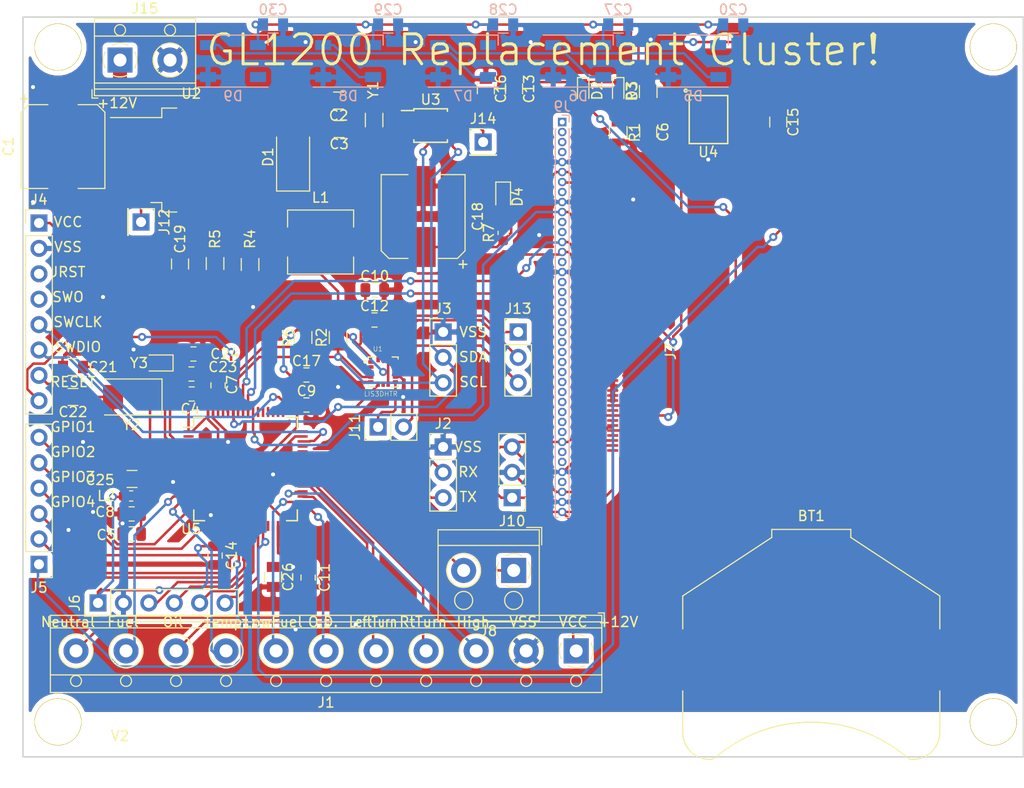
<source format=kicad_pcb>
(kicad_pcb (version 20171130) (host pcbnew 5.1.2)
  (layers (0 F.Cu signal) (31 B.Cu signal) (34 B.Paste user) (35 F.Paste user) (36 B.SilkS user) (37 F.SilkS user) (38 B.Mask user) (39 F.Mask user) (44 Edge.Cuts user))
  (net 0 "")
  (net 1 VSS)
  (net 2 +12V)
  (net 3 VCC)
  (net 4 "Net-(C6-Pad1)")
  (net 5 Reset)
  (net 6 HighBeam)
  (net 7 RightTurn)
  (net 8 LeftTurn)
  (net 9 OverDrive)
  (net 10 LowFuel)
  (net 11 Temp)
  (net 12 Oil)
  (net 13 Fuel)
  (net 14 Neutral)
  (net 15 TX)
  (net 16 RX)
  (net 17 SDA)
  (net 18 SCL)
  (net 19 SWCLK)
  (net 20 SWDIO)
  (net 21 GPIO6)
  (net 22 GPIO5)
  (net 23 GPIO4)
  (net 24 GPIO3)
  (net 25 GPIO2)
  (net 26 GPIO1)
  (net 27 "Net-(J7-Pad1)")
  (net 28 "Net-(J7-Pad2)")
  (net 29 "Net-(J7-Pad3)")
  (net 30 "Net-(J7-Pad4)")
  (net 31 "Net-(J7-Pad7)")
  (net 32 "Net-(J7-Pad8)")
  (net 33 SCK)
  (net 34 MOSI)
  (net 35 MISO)
  (net 36 "Net-(J11-Pad1)")
  (net 37 "Net-(J11-Pad2)")
  (net 38 "Net-(J12-Pad1)")
  (net 39 "Net-(D1-Pad1)")
  (net 40 LightsOutAuxTwo)
  (net 41 LightsOutAux)
  (net 42 LightsOutBack)
  (net 43 LightsOutFront)
  (net 44 "Net-(U1-Pad7)")
  (net 45 "Net-(U3-Pad3)")
  (net 46 "Net-(BT1-Pad1)")
  (net 47 "Net-(J13-Pad1)")
  (net 48 LeftIN)
  (net 49 RightIN)
  (net 50 Neo)
  (net 51 "Net-(D5-Pad4)")
  (net 52 "Net-(D6-Pad4)")
  (net 53 "Net-(D7-Pad4)")
  (net 54 "Net-(D8-Pad4)")
  (net 55 "Net-(C2-Pad1)")
  (net 56 "Net-(C3-Pad1)")
  (net 57 "Net-(C13-Pad2)")
  (net 58 "Net-(C19-Pad1)")
  (net 59 "Net-(C21-Pad1)")
  (net 60 "Net-(C22-Pad1)")
  (net 61 "Net-(C23-Pad1)")
  (net 62 "Net-(C24-Pad1)")
  (net 63 "Net-(C26-Pad1)")
  (net 64 "Net-(D4-Pad2)")
  (net 65 "Net-(D9-Pad4)")
  (net 66 Boot0)
  (net 67 "Net-(J7-Pad9)")
  (net 68 "Net-(J9-Pad1)")
  (net 69 "Net-(J9-Pad2)")
  (net 70 "Net-(J9-Pad3)")
  (net 71 "Net-(J9-Pad4)")
  (net 72 "Net-(J9-Pad8)")
  (net 73 "Net-(J9-Pad11)")
  (net 74 "Net-(J9-Pad12)")
  (net 75 "Net-(J9-Pad15)")
  (net 76 "Net-(J9-Pad17)")
  (net 77 "Net-(J9-Pad18)")
  (net 78 "Net-(J9-Pad19)")
  (net 79 "Net-(J9-Pad20)")
  (net 80 "Net-(J9-Pad21)")
  (net 81 "Net-(J9-Pad22)")
  (net 82 "Net-(J9-Pad23)")
  (net 83 "Net-(J9-Pad24)")
  (net 84 "Net-(J9-Pad25)")
  (net 85 "Net-(J9-Pad26)")
  (net 86 "Net-(J9-Pad27)")
  (net 87 "Net-(J9-Pad28)")
  (net 88 "Net-(J9-Pad29)")
  (net 89 "Net-(J9-Pad30)")
  (net 90 "Net-(J9-Pad31)")
  (net 91 "Net-(J9-Pad32)")
  (net 92 "Net-(J9-Pad34)")
  (net 93 "Net-(J9-Pad35)")
  (net 94 "Net-(J9-Pad37)")
  (net 95 "Net-(J13-Pad3)")
  (net 96 "Net-(J13-Pad2)")
  (net 97 "Net-(J14-Pad1)")
  (net 98 "Net-(R3-Pad2)")
  (net 99 "Net-(U4-Pad6)")
  (net 100 "Net-(U4-Pad7)")
  (net 101 "Net-(U5-Pad2)")
  (net 102 "Net-(U5-Pad8)")
  (net 103 "Net-(U5-Pad9)")
  (net 104 "Net-(U5-Pad44)")
  (net 105 "Net-(U5-Pad45)")
  (net 106 "Net-(U5-Pad50)")
  (net 107 "Net-(U5-Pad51)")
  (net 108 "Net-(U5-Pad52)")
  (net 109 "Net-(U5-Pad53)")
  (net 110 "Net-(U5-Pad54)")
  (net 111 "Net-(U5-Pad61)")
  (net 112 "Net-(U5-Pad62)")
  (net 113 VDDA)
  (net 114 "Net-(J4-Pad3)")
  (net 115 "Net-(J4-Pad4)")
  (net 116 "Net-(U5-Pad10)")
  (net 117 "Net-(U5-Pad11)")
  (net 118 "Net-(U5-Pad29)")
  (module NFCBuisness:W (layer F.Cu) (at 234.5 71.5)
    (fp_text reference Ref** hide)
    (fp_text value Val** hide)
    (fp_poly (pts (xy -1.630587 -2.420899) (xy -1.447524 -2.328559) (xy -1.311592 -2.194757) (xy -1.304211 -2.183555) (xy -1.265704 -2.11344) (xy -1.244213 -2.038839) (xy -1.23774 -1.938094) (xy -1.244287 -1.789546) (xy -1.255088 -1.651) (xy -1.268682 -1.442824) (xy -1.279873 -1.184894) (xy -1.287394 -0.912114) (xy -1.289962 -0.690936) (xy -1.289221 -0.458958) (xy -1.284387 -0.294975) (xy -1.273305 -0.182336) (xy -1.25382 -0.10439) (xy -1.223775 -0.044488) (xy -1.202268 -0.013603) (xy -1.116398 0.071274) (xy -1.002822 0.111004) (xy -0.929984 0.119227) (xy -0.68211 0.100096) (xy -0.454281 0.00289) (xy -0.240656 -0.175182) (xy -0.185776 -0.236175) (xy -0.081108 -0.349759) (xy 0.009066 -0.431822) (xy 0.066141 -0.465547) (xy 0.068112 -0.465666) (xy 0.123755 -0.432548) (xy 0.197182 -0.348904) (xy 0.229505 -0.301607) (xy 0.376869 -0.110873) (xy 0.526913 0.003226) (xy 0.674284 0.03902) (xy 0.813631 -0.005163) (xy 0.907971 -0.089777) (xy 0.988653 -0.198585) (xy 1.058934 -0.326542) (xy 1.126082 -0.490779) (xy 1.197364 -0.708426) (xy 1.255985 -0.910166) (xy 1.31545 -1.12099) (xy 1.377683 -1.340443) (xy 1.431333 -1.528529) (xy 1.442246 -1.566558) (xy 1.521416 -1.84195) (xy 1.949565 -2.005418) (xy 2.167567 -2.084028) (xy 2.315998 -2.126297) (xy 2.401001 -2.133773) (xy 2.422145 -2.124455) (xy 2.452677 -2.065526) (xy 2.41974 -2.005855) (xy 2.317286 -1.940366) (xy 2.13927 -1.863979) (xy 2.089887 -1.8454) (xy 1.930263 -1.78316) (xy 1.799296 -1.726134) (xy 1.71927 -1.684217) (xy 1.708527 -1.676067) (xy 1.680315 -1.619963) (xy 1.636526 -1.498254) (xy 1.582553 -1.327363) (xy 1.52379 -1.123712) (xy 1.507251 -1.063196) (xy 1.396737 -0.68139) (xy 1.290651 -0.376432) (xy 1.184846 -0.140938) (xy 1.075173 0.032475) (xy 0.957485 0.15119) (xy 0.827635 0.222591) (xy 0.776069 0.238398) (xy 0.602379 0.241191) (xy 0.418574 0.174646) (xy 0.246259 0.047924) (xy 0.192569 -0.009056) (xy 0.041511 -0.185533) (xy -0.128458 -0.008645) (xy -0.312966 0.157866) (xy -0.496288 0.260737) (xy -0.709082 0.314778) (xy -0.823587 0.327186) (xy -0.981029 0.333485) (xy -1.090094 0.317957) (xy -1.185756 0.27362) (xy -1.227666 0.246552) (xy -1.355913 0.118677) (xy -1.447302 -0.068507) (xy -1.502345 -0.318683) (xy -1.521551 -0.635539) (xy -1.505431 -1.022758) (xy -1.460818 -1.436924) (xy -1.432055 -1.688127) (xy -1.424811 -1.871541) (xy -1.442863 -2.002167) (xy -1.489991 -2.095003) (xy -1.569973 -2.165049) (xy -1.656298 -2.212878) (xy -1.801342 -2.257899) (xy -1.939703 -2.239415) (xy -2.087459 -2.15265) (xy -2.203421 -2.05035) (xy -2.298884 -1.96489) (xy -2.361491 -1.934189) (xy -2.413708 -1.94891) (xy -2.426473 -1.957639) (xy -2.473927 -2.002339) (xy -2.467648 -2.051331) (xy -2.429475 -2.110518) (xy -2.32004 -2.223928) (xy -2.167499 -2.330713) (xy -2.002595 -2.413218) (xy -1.856072 -2.453788) (xy -1.829026 -2.455333) (xy -1.630587 -2.420899)) (layer F.Cu) (width 0.01))
  )
  (module Connectors:1pin (layer F.Cu) (at 147.5 138)
    (fp_text reference REF**)
    (fp_text value 1pin)
    (pad 1 thru_hole circle (at 0 0) (size 4.7 4.7) (drill 4.5) (layers *.Cu *.Mask))
  )
  (module Connectors:1pin (layer F.Cu) (at 241 138)
    (fp_text reference REF**)
    (fp_text value 1pin)
    (pad 1 thru_hole circle (at 0 0) (size 4.7 4.7) (drill 4.5) (layers *.Cu *.Mask))
  )
  (module Connectors:1pin (layer F.Cu) (at 241 70.5)
    (fp_text reference REF**)
    (fp_text value 1pin)
    (pad 1 thru_hole circle (at 0 0) (size 4.7 4.7) (drill 4.5) (layers *.Cu *.Mask))
  )
  (module Connectors:1pin (layer F.Cu) (at 147.5 70.5)
    (fp_text reference REF**)
    (fp_text value 1pin)
    (pad 1 thru_hole circle (at 0 0) (size 4.7 4.7) (drill 4.5) (layers *.Cu *.Mask))
  )
  (module Capacitors_SMD:CP_Elec_8x10.5 (layer F.Cu) (at 148 80.45 270)
    (fp_text reference C1 (at 0 5.45 270) (layer F.SilkS))
    (fp_text value 100uF)
    (fp_text user + (at -4.78 3.91 270) (layer F.SilkS))
    (pad 2 smd rect (at 3.05 0 90) (size 4 2.5) (layers F.Cu F.Paste F.Mask) (net 1 VSS))
    (pad 1 smd rect (at -3.05 0 90) (size 4 2.5) (layers F.Cu F.Paste F.Mask) (net 2 +12V))
  )
  (module Capacitors_SMD:CP_Elec_8x10.5 (layer F.Cu) (at 184 87.45 90)
    (fp_text reference C18 (at 0 5.45 90) (layer F.SilkS))
    (fp_text value 220uF)
    (fp_text user + (at -4.78 3.91 90) (layer F.SilkS))
    (pad 1 smd rect (at -3.05 0 270) (size 4 2.5) (layers F.Cu F.Paste F.Mask) (net 3 VCC))
    (pad 2 smd rect (at 3.05 0 270) (size 4 2.5) (layers F.Cu F.Paste F.Mask) (net 1 VSS))
  )
  (module Capacitors_SMD:C_0805 (layer F.Cu) (at 159.7 92.2 270)
    (fp_text reference C19 (at -2.5 0 270) (layer F.SilkS))
    (fp_text value 15nF)
    (pad 2 smd rect (at 1 0 270) (size 1 1.25) (layers F.Cu F.Paste F.Mask) (net 3 VCC))
    (pad 1 smd rect (at -1 0 270) (size 1 1.25) (layers F.Cu F.Paste F.Mask) (net 58 "Net-(C19-Pad1)"))
  )
  (module Capacitors_SMD:C_0805 (layer F.Cu) (at 149 102.5 180)
    (fp_text reference C21 (at -3 0 180) (layer F.SilkS))
    (fp_text value 20pF)
    (pad 1 smd rect (at -1 0 180) (size 1 1.25) (layers F.Cu F.Paste F.Mask) (net 59 "Net-(C21-Pad1)"))
    (pad 2 smd rect (at 1 0 180) (size 1 1.25) (layers F.Cu F.Paste F.Mask) (net 1 VSS))
  )
  (module Capacitors_SMD:C_0805 (layer F.Cu) (at 149 105.5 180)
    (fp_text reference C22 (at 0 -1.5 180) (layer F.SilkS))
    (fp_text value 20pF)
    (pad 2 smd rect (at 1 0 180) (size 1 1.25) (layers F.Cu F.Paste F.Mask) (net 1 VSS))
    (pad 1 smd rect (at -1 0 180) (size 1 1.25) (layers F.Cu F.Paste F.Mask) (net 60 "Net-(C22-Pad1)"))
  )
  (module Capacitors_SMD:C_0805 (layer F.Cu) (at 154.9 113.7 180)
    (fp_text reference C25 (at 3.2 -0.1 180) (layer F.SilkS))
    (fp_text value 100nF)
    (pad 1 smd rect (at -1 0 180) (size 1 1.25) (layers F.Cu F.Paste F.Mask) (net 5 Reset))
    (pad 2 smd rect (at 1 0 180) (size 1 1.25) (layers F.Cu F.Paste F.Mask) (net 1 VSS))
  )
  (module Capacitors_SMD:C_0805 (layer F.Cu) (at 169 123.5 270)
    (fp_text reference C26 (at 0 -1.5 270) (layer F.SilkS))
    (fp_text value 4.7uF)
    (pad 2 smd rect (at 1 0 270) (size 1 1.25) (layers F.Cu F.Paste F.Mask) (net 1 VSS))
    (pad 1 smd rect (at -1 0 270) (size 1 1.25) (layers F.Cu F.Paste F.Mask) (net 63 "Net-(C26-Pad1)"))
  )
  (module Pin_Headers:Pin_Header_Straight_1x03_Pitch2.54mm (layer F.Cu) (at 186 110.5)
    (fp_text reference J2 (at 0 -2.33) (layer F.SilkS))
    (fp_text value Serial)
    (pad 3 thru_hole oval (at 0 5.08) (size 1.7 1.7) (drill 1) (layers *.Cu *.Mask) (net 15 TX))
    (pad 2 thru_hole oval (at 0 2.54) (size 1.7 1.7) (drill 1) (layers *.Cu *.Mask) (net 16 RX))
    (pad 1 thru_hole rect (at 0 0) (size 1.7 1.7) (drill 1) (layers *.Cu *.Mask) (net 1 VSS))
  )
  (module Pin_Headers:Pin_Header_Straight_1x03_Pitch2.54mm (layer F.Cu) (at 186 99)
    (fp_text reference J3 (at 0 -2.33) (layer F.SilkS))
    (fp_text value i2c)
    (pad 1 thru_hole rect (at 0 0) (size 1.7 1.7) (drill 1) (layers *.Cu *.Mask) (net 1 VSS))
    (pad 2 thru_hole oval (at 0 2.54) (size 1.7 1.7) (drill 1) (layers *.Cu *.Mask) (net 17 SDA))
    (pad 3 thru_hole oval (at 0 5.08) (size 1.7 1.7) (drill 1) (layers *.Cu *.Mask) (net 18 SCL))
  )
  (module Pin_Headers:Pin_Header_Straight_1x40_Pitch1.00mm (layer B.Cu) (at 197.9 78 180)
    (fp_text reference J9 (at 0 1.56 180) (layer B.SilkS) (effects (justify mirror)))
    (fp_text value Conn_01x40)
    (pad 1 thru_hole rect (at 0 0 180) (size 0.85 0.85) (drill 0.5) (layers *.Cu *.Mask) (net 68 "Net-(J9-Pad1)"))
    (pad 2 thru_hole oval (at 0 -1 180) (size 0.85 0.85) (drill 0.5) (layers *.Cu *.Mask) (net 69 "Net-(J9-Pad2)"))
    (pad 3 thru_hole oval (at 0 -2 180) (size 0.85 0.85) (drill 0.5) (layers *.Cu *.Mask) (net 70 "Net-(J9-Pad3)"))
    (pad 4 thru_hole oval (at 0 -3 180) (size 0.85 0.85) (drill 0.5) (layers *.Cu *.Mask) (net 71 "Net-(J9-Pad4)"))
    (pad 5 thru_hole oval (at 0 -4 180) (size 0.85 0.85) (drill 0.5) (layers *.Cu *.Mask) (net 1 VSS))
    (pad 6 thru_hole oval (at 0 -5 180) (size 0.85 0.85) (drill 0.5) (layers *.Cu *.Mask) (net 3 VCC))
    (pad 7 thru_hole oval (at 0 -6 180) (size 0.85 0.85) (drill 0.5) (layers *.Cu *.Mask) (net 31 "Net-(J7-Pad7)"))
    (pad 8 thru_hole oval (at 0 -7 180) (size 0.85 0.85) (drill 0.5) (layers *.Cu *.Mask) (net 72 "Net-(J9-Pad8)"))
    (pad 9 thru_hole oval (at 0 -8 180) (size 0.85 0.85) (drill 0.5) (layers *.Cu *.Mask) (net 1 VSS))
    (pad 10 thru_hole oval (at 0 -9 180) (size 0.85 0.85) (drill 0.5) (layers *.Cu *.Mask) (net 33 SCK))
    (pad 11 thru_hole oval (at 0 -10 180) (size 0.85 0.85) (drill 0.5) (layers *.Cu *.Mask) (net 73 "Net-(J9-Pad11)"))
    (pad 12 thru_hole oval (at 0 -11 180) (size 0.85 0.85) (drill 0.5) (layers *.Cu *.Mask) (net 74 "Net-(J9-Pad12)"))
    (pad 13 thru_hole oval (at 0 -12 180) (size 0.85 0.85) (drill 0.5) (layers *.Cu *.Mask) (net 34 MOSI))
    (pad 14 thru_hole oval (at 0 -13 180) (size 0.85 0.85) (drill 0.5) (layers *.Cu *.Mask) (net 35 MISO))
    (pad 15 thru_hole oval (at 0 -14 180) (size 0.85 0.85) (drill 0.5) (layers *.Cu *.Mask) (net 75 "Net-(J9-Pad15)"))
    (pad 16 thru_hole oval (at 0 -15 180) (size 0.85 0.85) (drill 0.5) (layers *.Cu *.Mask) (net 1 VSS))
    (pad 17 thru_hole oval (at 0 -16 180) (size 0.85 0.85) (drill 0.5) (layers *.Cu *.Mask) (net 76 "Net-(J9-Pad17)"))
    (pad 18 thru_hole oval (at 0 -17 180) (size 0.85 0.85) (drill 0.5) (layers *.Cu *.Mask) (net 77 "Net-(J9-Pad18)"))
    (pad 19 thru_hole oval (at 0 -18 180) (size 0.85 0.85) (drill 0.5) (layers *.Cu *.Mask) (net 78 "Net-(J9-Pad19)"))
    (pad 20 thru_hole oval (at 0 -19 180) (size 0.85 0.85) (drill 0.5) (layers *.Cu *.Mask) (net 79 "Net-(J9-Pad20)"))
    (pad 21 thru_hole oval (at 0 -20 180) (size 0.85 0.85) (drill 0.5) (layers *.Cu *.Mask) (net 80 "Net-(J9-Pad21)"))
    (pad 22 thru_hole oval (at 0 -21 180) (size 0.85 0.85) (drill 0.5) (layers *.Cu *.Mask) (net 81 "Net-(J9-Pad22)"))
    (pad 23 thru_hole oval (at 0 -22 180) (size 0.85 0.85) (drill 0.5) (layers *.Cu *.Mask) (net 82 "Net-(J9-Pad23)"))
    (pad 24 thru_hole oval (at 0 -23 180) (size 0.85 0.85) (drill 0.5) (layers *.Cu *.Mask) (net 83 "Net-(J9-Pad24)"))
    (pad 25 thru_hole oval (at 0 -24 180) (size 0.85 0.85) (drill 0.5) (layers *.Cu *.Mask) (net 84 "Net-(J9-Pad25)"))
    (pad 26 thru_hole oval (at 0 -25 180) (size 0.85 0.85) (drill 0.5) (layers *.Cu *.Mask) (net 85 "Net-(J9-Pad26)"))
    (pad 27 thru_hole oval (at 0 -26 180) (size 0.85 0.85) (drill 0.5) (layers *.Cu *.Mask) (net 86 "Net-(J9-Pad27)"))
    (pad 28 thru_hole oval (at 0 -27 180) (size 0.85 0.85) (drill 0.5) (layers *.Cu *.Mask) (net 87 "Net-(J9-Pad28)"))
    (pad 29 thru_hole oval (at 0 -28 180) (size 0.85 0.85) (drill 0.5) (layers *.Cu *.Mask) (net 88 "Net-(J9-Pad29)"))
    (pad 30 thru_hole oval (at 0 -29 180) (size 0.85 0.85) (drill 0.5) (layers *.Cu *.Mask) (net 89 "Net-(J9-Pad30)"))
    (pad 31 thru_hole oval (at 0 -30 180) (size 0.85 0.85) (drill 0.5) (layers *.Cu *.Mask) (net 90 "Net-(J9-Pad31)"))
    (pad 32 thru_hole oval (at 0 -31 180) (size 0.85 0.85) (drill 0.5) (layers *.Cu *.Mask) (net 91 "Net-(J9-Pad32)"))
    (pad 33 thru_hole oval (at 0 -32 180) (size 0.85 0.85) (drill 0.5) (layers *.Cu *.Mask) (net 3 VCC))
    (pad 34 thru_hole oval (at 0 -33 180) (size 0.85 0.85) (drill 0.5) (layers *.Cu *.Mask) (net 92 "Net-(J9-Pad34)"))
    (pad 35 thru_hole oval (at 0 -34 180) (size 0.85 0.85) (drill 0.5) (layers *.Cu *.Mask) (net 93 "Net-(J9-Pad35)"))
    (pad 36 thru_hole oval (at 0 -35 180) (size 0.85 0.85) (drill 0.5) (layers *.Cu *.Mask) (net 1 VSS))
    (pad 37 thru_hole oval (at 0 -36 180) (size 0.85 0.85) (drill 0.5) (layers *.Cu *.Mask) (net 94 "Net-(J9-Pad37)"))
    (pad 38 thru_hole oval (at 0 -37 180) (size 0.85 0.85) (drill 0.5) (layers *.Cu *.Mask) (net 3 VCC))
    (pad 39 thru_hole oval (at 0 -38 180) (size 0.85 0.85) (drill 0.5) (layers *.Cu *.Mask) (net 1 VSS))
    (pad 40 thru_hole oval (at 0 -39 180) (size 0.85 0.85) (drill 0.5) (layers *.Cu *.Mask) (net 3 VCC))
  )
  (module Pin_Headers:Pin_Header_Straight_1x03_Pitch2.54mm (layer F.Cu) (at 192.9 115.579999 180)
    (fp_text reference J10 (at 0 -2.33) (layer F.SilkS))
    (fp_text value Conn_01x03)
    (pad 1 thru_hole rect (at 0 0 180) (size 1.7 1.7) (drill 1) (layers *.Cu *.Mask) (net 3 VCC))
    (pad 2 thru_hole oval (at 0 2.54 180) (size 1.7 1.7) (drill 1) (layers *.Cu *.Mask) (net 1 VSS))
    (pad 3 thru_hole oval (at 0 5.08 180) (size 1.7 1.7) (drill 1) (layers *.Cu *.Mask) (net 3 VCC))
  )
  (module Pin_Headers:Pin_Header_Straight_1x01_Pitch2.54mm (layer F.Cu) (at 155.8 88 270)
    (fp_text reference J12 (at 0 -2.33 90) (layer F.SilkS))
    (fp_text value PowerReg)
    (pad 1 thru_hole rect (at 0 0 270) (size 1.7 1.7) (drill 1) (layers *.Cu *.Mask) (net 38 "Net-(J12-Pad1)"))
  )
  (module Pin_Headers:Pin_Header_Straight_1x02_Pitch2.54mm (layer F.Cu) (at 179.5 108.5 90)
    (fp_text reference J11 (at 0 -2.33 90) (layer F.SilkS))
    (fp_text value Conn_01x02)
    (pad 1 thru_hole rect (at 0 0 90) (size 1.7 1.7) (drill 1) (layers *.Cu *.Mask) (net 36 "Net-(J11-Pad1)"))
    (pad 2 thru_hole oval (at 0 2.54 90) (size 1.7 1.7) (drill 1) (layers *.Cu *.Mask) (net 37 "Net-(J11-Pad2)"))
  )
  (module Pin_Headers:Pin_Header_Straight_1x03_Pitch2.54mm (layer F.Cu) (at 193.5 99)
    (fp_text reference J13 (at 0 -2.33) (layer F.SilkS))
    (fp_text value Conn_01x03)
    (pad 3 thru_hole oval (at 0 5.08) (size 1.7 1.7) (drill 1) (layers *.Cu *.Mask) (net 95 "Net-(J13-Pad3)"))
    (pad 2 thru_hole oval (at 0 2.54) (size 1.7 1.7) (drill 1) (layers *.Cu *.Mask) (net 96 "Net-(J13-Pad2)"))
    (pad 1 thru_hole rect (at 0 0) (size 1.7 1.7) (drill 1) (layers *.Cu *.Mask) (net 47 "Net-(J13-Pad1)"))
  )
  (module Inductors_SMD:L_6.3x6.3_H3 (layer F.Cu) (at 173.75 90)
    (fp_text reference L1 (at 0 -4.45) (layer F.SilkS))
    (fp_text value 33uH)
    (pad 1 smd rect (at -2.75 0) (size 1.5 2.4) (layers F.Cu F.Paste F.Mask) (net 39 "Net-(D1-Pad1)"))
    (pad 2 smd rect (at 2.75 0) (size 1.5 2.4) (layers F.Cu F.Paste F.Mask) (net 3 VCC))
  )
  (module Resistors_SMD:R_0805 (layer F.Cu) (at 166.7 92.25 270)
    (fp_text reference R4 (at -2.55 0 270) (layer F.SilkS))
    (fp_text value 3.5k)
    (pad 2 smd rect (at 0.95 0 270) (size 0.7 1.3) (layers F.Cu F.Paste F.Mask) (net 3 VCC))
    (pad 1 smd rect (at -0.95 0 270) (size 0.7 1.3) (layers F.Cu F.Paste F.Mask) (net 58 "Net-(C19-Pad1)"))
  )
  (module Resistors_SMD:R_0805 (layer F.Cu) (at 163.2 92.15 90)
    (fp_text reference R5 (at 2.45 0 90) (layer F.SilkS))
    (fp_text value 2k)
    (pad 1 smd rect (at -0.95 0 90) (size 0.7 1.3) (layers F.Cu F.Paste F.Mask) (net 1 VSS))
    (pad 2 smd rect (at 0.95 0 90) (size 0.7 1.3) (layers F.Cu F.Paste F.Mask) (net 58 "Net-(C19-Pad1)"))
  )
  (module Resistors_SMD:R_0805 (layer F.Cu) (at 175.5 99.55 90)
    (fp_text reference R2 (at 0 -1.65 90) (layer F.SilkS))
    (fp_text value 10k)
    (pad 2 smd rect (at 0.95 0 90) (size 0.7 1.3) (layers F.Cu F.Paste F.Mask) (net 3 VCC))
    (pad 1 smd rect (at -0.95 0 90) (size 0.7 1.3) (layers F.Cu F.Paste F.Mask) (net 18 SCL))
  )
  (module Resistors_SMD:R_0805 (layer F.Cu) (at 172 99.55 270)
    (fp_text reference R6 (at 0 1.5 270) (layer F.SilkS))
    (fp_text value 10k)
    (pad 1 smd rect (at -0.95 0 270) (size 0.7 1.3) (layers F.Cu F.Paste F.Mask) (net 3 VCC))
    (pad 2 smd rect (at 0.95 0 270) (size 0.7 1.3) (layers F.Cu F.Paste F.Mask) (net 17 SDA))
  )
  (module Crystals:Crystal_SMD_5032-2pin_5.0x3.2mm (layer F.Cu) (at 154.85 105.5 180)
    (fp_text reference Y2 (at 0 -2.8 180) (layer F.SilkS))
    (fp_text value 8MHz)
    (pad 1 smd rect (at -1.85 0 180) (size 2 2.4) (layers F.Cu F.Paste F.Mask) (net 59 "Net-(C21-Pad1)"))
    (pad 2 smd rect (at 1.85 0 180) (size 2 2.4) (layers F.Cu F.Paste F.Mask) (net 60 "Net-(C22-Pad1)"))
  )
  (module Diodes_SMD:D_SMA (layer F.Cu) (at 171 81.5 90)
    (fp_text reference D1 (at 0 -2.5 90) (layer F.SilkS))
    (fp_text value 1N5822)
    (pad 1 smd rect (at -2 0 90) (size 2.5 1.8) (layers F.Cu F.Paste F.Mask) (net 39 "Net-(D1-Pad1)"))
    (pad 2 smd rect (at 2 0 90) (size 2.5 1.8) (layers F.Cu F.Paste F.Mask) (net 1 VSS))
  )
  (module LIS3DHTR:LGA16R50P5X3_300X300X100N (layer F.Cu) (at 180 103)
    (fp_text reference U1 (at -0.531088 -2.30607) (layer F.SilkS) (effects (font (size 0.480265 0.480265) (thickness 0.05))))
    (fp_text value LIS3DHTR (at -0.226255 2.19771) (layer F.SilkS) (effects (font (size 0.48055 0.48055) (thickness 0.05))))
    (pad 6 smd rect (at -0.5 1.225 90) (size 0.52 0.35) (layers F.Cu F.Paste F.Mask) (net 17 SDA))
    (pad 7 smd rect (at 0 1.225 90) (size 0.52 0.35) (layers F.Cu F.Paste F.Mask) (net 44 "Net-(U1-Pad7)"))
    (pad 8 smd rect (at 0.5 1.225 90) (size 0.52 0.35) (layers F.Cu F.Paste F.Mask) (net 3 VCC))
    (pad 9 smd rect (at 1.225 1) (size 0.52 0.35) (layers F.Cu F.Paste F.Mask) (net 36 "Net-(J11-Pad1)"))
    (pad 10 smd rect (at 1.225 0.5) (size 0.52 0.35) (layers F.Cu F.Paste F.Mask) (net 1 VSS))
    (pad 11 smd rect (at 1.225 0) (size 0.52 0.35) (layers F.Cu F.Paste F.Mask) (net 37 "Net-(J11-Pad2)"))
    (pad 12 smd rect (at 1.225 -0.5) (size 0.52 0.35) (layers F.Cu F.Paste F.Mask) (net 1 VSS))
    (pad 13 smd rect (at 1.225 -1) (size 0.52 0.35) (layers F.Cu F.Paste F.Mask) (net 95 "Net-(J13-Pad3)"))
    (pad 14 smd rect (at 0.5 -1.225 90) (size 0.52 0.35) (layers F.Cu F.Paste F.Mask) (net 3 VCC))
    (pad 15 smd rect (at 0 -1.225 90) (size 0.52 0.35) (layers F.Cu F.Paste F.Mask) (net 96 "Net-(J13-Pad2)"))
    (pad 16 smd rect (at -0.5 -1.225 90) (size 0.52 0.35) (layers F.Cu F.Paste F.Mask) (net 47 "Net-(J13-Pad1)"))
    (pad 1 smd rect (at -1.225 -1 180) (size 0.52 0.35) (layers F.Cu F.Paste F.Mask) (net 3 VCC))
    (pad 2 smd rect (at -1.225 -0.5 180) (size 0.52 0.35) (layers F.Cu F.Paste F.Mask))
    (pad 3 smd rect (at -1.225 0 180) (size 0.52 0.35) (layers F.Cu F.Paste F.Mask))
    (pad 4 smd rect (at -1.225 0.5 180) (size 0.52 0.35) (layers F.Cu F.Paste F.Mask) (net 18 SCL))
    (pad 5 smd rect (at -1.225 1 180) (size 0.52 0.35) (layers F.Cu F.Paste F.Mask) (net 1 VSS))
  )
  (module TO_SOT_Packages_SMD:TO-263-5_TabPin3 (layer F.Cu) (at 160.825001 81.8)
    (fp_text reference U2 (at 0 -6.65) (layer F.SilkS))
    (fp_text value LM2596S-ADJ)
    (pad 1 smd rect (at -5.775 -3.4) (size 4.6 1.1) (layers F.Cu F.Paste F.Mask) (net 2 +12V))
    (pad 2 smd rect (at -5.775 -1.7) (size 4.6 1.1) (layers F.Cu F.Paste F.Mask) (net 39 "Net-(D1-Pad1)"))
    (pad 3 smd rect (at -5.775 0) (size 4.6 1.1) (layers F.Cu F.Paste F.Mask) (net 1 VSS))
    (pad 4 smd rect (at -5.775 1.7) (size 4.6 1.1) (layers F.Cu F.Paste F.Mask) (net 58 "Net-(C19-Pad1)"))
    (pad 5 smd rect (at -5.775 3.4) (size 4.6 1.1) (layers F.Cu F.Paste F.Mask) (net 38 "Net-(J12-Pad1)"))
    (pad 3 smd rect (at 3.375 0) (size 9.4 10.8) (layers F.Cu F.Mask) (net 1 VSS))
    (pad 3 smd rect (at 5.8 2.775) (size 4.55 5.25) (layers F.Cu F.Paste) (net 1 VSS))
    (pad 3 smd rect (at 0.95 -2.775) (size 4.55 5.25) (layers F.Cu F.Paste) (net 1 VSS))
    (pad 3 smd rect (at 5.8 -2.775) (size 4.55 5.25) (layers F.Cu F.Paste) (net 1 VSS))
    (pad 3 smd rect (at 0.95 2.775) (size 4.55 5.25) (layers F.Cu F.Paste) (net 1 VSS))
  )
  (module Housings_QFP:LQFP-64_10x10mm_Pitch0.5mm (layer F.Cu) (at 166.25 112.7)
    (fp_text reference U5 (at -5.45 6) (layer F.SilkS))
    (fp_text value STM32F411RETx)
    (pad 1 smd rect (at -5.7 -3.75) (size 1 0.25) (layers F.Cu F.Paste F.Mask) (net 3 VCC))
    (pad 2 smd rect (at -5.7 -3.25) (size 1 0.25) (layers F.Cu F.Paste F.Mask) (net 101 "Net-(U5-Pad2)"))
    (pad 3 smd rect (at -5.7 -2.75) (size 1 0.25) (layers F.Cu F.Paste F.Mask) (net 61 "Net-(C23-Pad1)"))
    (pad 4 smd rect (at -5.7 -2.25) (size 1 0.25) (layers F.Cu F.Paste F.Mask) (net 62 "Net-(C24-Pad1)"))
    (pad 5 smd rect (at -5.7 -1.75) (size 1 0.25) (layers F.Cu F.Paste F.Mask) (net 59 "Net-(C21-Pad1)"))
    (pad 6 smd rect (at -5.7 -1.25) (size 1 0.25) (layers F.Cu F.Paste F.Mask) (net 60 "Net-(C22-Pad1)"))
    (pad 7 smd rect (at -5.7 -0.75) (size 1 0.25) (layers F.Cu F.Paste F.Mask) (net 5 Reset))
    (pad 8 smd rect (at -5.7 -0.25) (size 1 0.25) (layers F.Cu F.Paste F.Mask) (net 102 "Net-(U5-Pad8)"))
    (pad 9 smd rect (at -5.7 0.25) (size 1 0.25) (layers F.Cu F.Paste F.Mask) (net 103 "Net-(U5-Pad9)"))
    (pad 10 smd rect (at -5.7 0.75) (size 1 0.25) (layers F.Cu F.Paste F.Mask) (net 116 "Net-(U5-Pad10)"))
    (pad 11 smd rect (at -5.7 1.25) (size 1 0.25) (layers F.Cu F.Paste F.Mask) (net 117 "Net-(U5-Pad11)"))
    (pad 12 smd rect (at -5.7 1.75) (size 1 0.25) (layers F.Cu F.Paste F.Mask) (net 1 VSS))
    (pad 13 smd rect (at -5.7 2.25) (size 1 0.25) (layers F.Cu F.Paste F.Mask) (net 113 VDDA))
    (pad 14 smd rect (at -5.7 2.75) (size 1 0.25) (layers F.Cu F.Paste F.Mask) (net 13 Fuel))
    (pad 15 smd rect (at -5.7 3.25) (size 1 0.25) (layers F.Cu F.Paste F.Mask) (net 11 Temp))
    (pad 16 smd rect (at -5.7 3.75) (size 1 0.25) (layers F.Cu F.Paste F.Mask) (net 26 GPIO1))
    (pad 17 smd rect (at -3.75 5.7 90) (size 1 0.25) (layers F.Cu F.Paste F.Mask) (net 25 GPIO2))
    (pad 18 smd rect (at -3.25 5.7 90) (size 1 0.25) (layers F.Cu F.Paste F.Mask) (net 1 VSS))
    (pad 19 smd rect (at -2.75 5.7 90) (size 1 0.25) (layers F.Cu F.Paste F.Mask) (net 3 VCC))
    (pad 20 smd rect (at -2.25 5.7 90) (size 1 0.25) (layers F.Cu F.Paste F.Mask) (net 24 GPIO3))
    (pad 21 smd rect (at -1.75 5.7 90) (size 1 0.25) (layers F.Cu F.Paste F.Mask) (net 23 GPIO4))
    (pad 22 smd rect (at -1.25 5.7 90) (size 1 0.25) (layers F.Cu F.Paste F.Mask) (net 22 GPIO5))
    (pad 23 smd rect (at -0.75 5.7 90) (size 1 0.25) (layers F.Cu F.Paste F.Mask) (net 21 GPIO6))
    (pad 24 smd rect (at -0.25 5.7 90) (size 1 0.25) (layers F.Cu F.Paste F.Mask) (net 40 LightsOutAuxTwo))
    (pad 25 smd rect (at 0.25 5.7 90) (size 1 0.25) (layers F.Cu F.Paste F.Mask) (net 41 LightsOutAux))
    (pad 26 smd rect (at 0.75 5.7 90) (size 1 0.25) (layers F.Cu F.Paste F.Mask) (net 42 LightsOutBack))
    (pad 27 smd rect (at 1.25 5.7 90) (size 1 0.25) (layers F.Cu F.Paste F.Mask) (net 43 LightsOutFront))
    (pad 28 smd rect (at 1.75 5.7 90) (size 1 0.25) (layers F.Cu F.Paste F.Mask) (net 50 Neo))
    (pad 29 smd rect (at 2.25 5.7 90) (size 1 0.25) (layers F.Cu F.Paste F.Mask) (net 118 "Net-(U5-Pad29)"))
    (pad 30 smd rect (at 2.75 5.7 90) (size 1 0.25) (layers F.Cu F.Paste F.Mask) (net 63 "Net-(C26-Pad1)"))
    (pad 31 smd rect (at 3.25 5.7 90) (size 1 0.25) (layers F.Cu F.Paste F.Mask) (net 1 VSS))
    (pad 32 smd rect (at 3.75 5.7 90) (size 1 0.25) (layers F.Cu F.Paste F.Mask) (net 3 VCC))
    (pad 33 smd rect (at 5.7 3.75) (size 1 0.25) (layers F.Cu F.Paste F.Mask) (net 9 OverDrive))
    (pad 34 smd rect (at 5.7 3.25) (size 1 0.25) (layers F.Cu F.Paste F.Mask) (net 10 LowFuel))
    (pad 35 smd rect (at 5.7 2.75) (size 1 0.25) (layers F.Cu F.Paste F.Mask) (net 14 Neutral))
    (pad 36 smd rect (at 5.7 2.25) (size 1 0.25) (layers F.Cu F.Paste F.Mask) (net 6 HighBeam))
    (pad 37 smd rect (at 5.7 1.75) (size 1 0.25) (layers F.Cu F.Paste F.Mask) (net 12 Oil))
    (pad 38 smd rect (at 5.7 1.25) (size 1 0.25) (layers F.Cu F.Paste F.Mask) (net 8 LeftTurn))
    (pad 39 smd rect (at 5.7 0.75) (size 1 0.25) (layers F.Cu F.Paste F.Mask) (net 7 RightTurn))
    (pad 40 smd rect (at 5.7 0.25) (size 1 0.25) (layers F.Cu F.Paste F.Mask) (net 48 LeftIN))
    (pad 41 smd rect (at 5.7 -0.25) (size 1 0.25) (layers F.Cu F.Paste F.Mask) (net 49 RightIN))
    (pad 42 smd rect (at 5.7 -0.75) (size 1 0.25) (layers F.Cu F.Paste F.Mask) (net 15 TX))
    (pad 43 smd rect (at 5.7 -1.25) (size 1 0.25) (layers F.Cu F.Paste F.Mask) (net 16 RX))
    (pad 44 smd rect (at 5.7 -1.75) (size 1 0.25) (layers F.Cu F.Paste F.Mask) (net 104 "Net-(U5-Pad44)"))
    (pad 45 smd rect (at 5.7 -2.25) (size 1 0.25) (layers F.Cu F.Paste F.Mask) (net 105 "Net-(U5-Pad45)"))
    (pad 46 smd rect (at 5.7 -2.75) (size 1 0.25) (layers F.Cu F.Paste F.Mask) (net 20 SWDIO))
    (pad 47 smd rect (at 5.7 -3.25) (size 1 0.25) (layers F.Cu F.Paste F.Mask) (net 1 VSS))
    (pad 48 smd rect (at 5.7 -3.75) (size 1 0.25) (layers F.Cu F.Paste F.Mask) (net 3 VCC))
    (pad 49 smd rect (at 3.75 -5.7 90) (size 1 0.25) (layers F.Cu F.Paste F.Mask) (net 19 SWCLK))
    (pad 50 smd rect (at 3.25 -5.7 90) (size 1 0.25) (layers F.Cu F.Paste F.Mask) (net 106 "Net-(U5-Pad50)"))
    (pad 51 smd rect (at 2.75 -5.7 90) (size 1 0.25) (layers F.Cu F.Paste F.Mask) (net 107 "Net-(U5-Pad51)"))
    (pad 52 smd rect (at 2.25 -5.7 90) (size 1 0.25) (layers F.Cu F.Paste F.Mask) (net 108 "Net-(U5-Pad52)"))
    (pad 53 smd rect (at 1.75 -5.7 90) (size 1 0.25) (layers F.Cu F.Paste F.Mask) (net 109 "Net-(U5-Pad53)"))
    (pad 54 smd rect (at 1.25 -5.7 90) (size 1 0.25) (layers F.Cu F.Paste F.Mask) (net 110 "Net-(U5-Pad54)"))
    (pad 55 smd rect (at 0.75 -5.7 90) (size 1 0.25) (layers F.Cu F.Paste F.Mask) (net 33 SCK))
    (pad 56 smd rect (at 0.25 -5.7 90) (size 1 0.25) (layers F.Cu F.Paste F.Mask) (net 34 MOSI))
    (pad 57 smd rect (at -0.25 -5.7 90) (size 1 0.25) (layers F.Cu F.Paste F.Mask) (net 35 MISO))
    (pad 58 smd rect (at -0.75 -5.7 90) (size 1 0.25) (layers F.Cu F.Paste F.Mask) (net 18 SCL))
    (pad 59 smd rect (at -1.25 -5.7 90) (size 1 0.25) (layers F.Cu F.Paste F.Mask) (net 17 SDA))
    (pad 60 smd rect (at -1.75 -5.7 90) (size 1 0.25) (layers F.Cu F.Paste F.Mask) (net 66 Boot0))
    (pad 61 smd rect (at -2.25 -5.7 90) (size 1 0.25) (layers F.Cu F.Paste F.Mask) (net 111 "Net-(U5-Pad61)"))
    (pad 62 smd rect (at -2.75 -5.7 90) (size 1 0.25) (layers F.Cu F.Paste F.Mask) (net 112 "Net-(U5-Pad62)"))
    (pad 63 smd rect (at -3.25 -5.7 90) (size 1 0.25) (layers F.Cu F.Paste F.Mask) (net 1 VSS))
    (pad 64 smd rect (at -3.75 -5.7 90) (size 1 0.25) (layers F.Cu F.Paste F.Mask) (net 3 VCC))
  )
  (module Capacitors_SMD:C_0805 (layer F.Cu) (at 175.55 75.85 180)
    (fp_text reference C2 (at 0 -1.5 180) (layer F.SilkS))
    (fp_text value 20pF)
    (pad 2 smd rect (at 1 0 180) (size 1 1.25) (layers F.Cu F.Paste F.Mask) (net 1 VSS))
    (pad 1 smd rect (at -1 0 180) (size 1 1.25) (layers F.Cu F.Paste F.Mask) (net 55 "Net-(C2-Pad1)"))
  )
  (module Capacitors_SMD:C_0805 (layer F.Cu) (at 175.6 78.7 180)
    (fp_text reference C3 (at 0 -1.5 180) (layer F.SilkS))
    (fp_text value 20pF)
    (pad 1 smd rect (at -1 0 180) (size 1 1.25) (layers F.Cu F.Paste F.Mask) (net 56 "Net-(C3-Pad1)"))
    (pad 2 smd rect (at 1 0 180) (size 1 1.25) (layers F.Cu F.Paste F.Mask) (net 1 VSS))
  )
  (module Capacitors_SMD:C_0805 (layer F.Cu) (at 206.5 79 270)
    (fp_text reference C6 (at 0 -1.5 270) (layer F.SilkS))
    (fp_text value 10uF)
    (pad 1 smd rect (at -1 0 270) (size 1 1.25) (layers F.Cu F.Paste F.Mask) (net 4 "Net-(C6-Pad1)"))
    (pad 2 smd rect (at 1 0 270) (size 1 1.25) (layers F.Cu F.Paste F.Mask) (net 3 VCC))
  )
  (module Capacitors_SMD:C_0805 (layer F.Cu) (at 193.089999 74.675001 270)
    (fp_text reference C13 (at 0 -1.5 270) (layer F.SilkS))
    (fp_text value 10uF)
    (pad 2 smd rect (at 1 0 270) (size 1 1.25) (layers F.Cu F.Paste F.Mask) (net 57 "Net-(C13-Pad2)"))
    (pad 1 smd rect (at -1 0 270) (size 1 1.25) (layers F.Cu F.Paste F.Mask) (net 1 VSS))
  )
  (module Capacitors_SMD:C_0805 (layer F.Cu) (at 219.5 78 270)
    (fp_text reference C15 (at 0 -1.5 270) (layer F.SilkS))
    (fp_text value 10uF)
    (pad 2 smd rect (at 1 0 270) (size 1 1.25) (layers F.Cu F.Paste F.Mask) (net 46 "Net-(BT1-Pad1)"))
    (pad 1 smd rect (at -1 0 270) (size 1 1.25) (layers F.Cu F.Paste F.Mask) (net 1 VSS))
  )
  (module Capacitors_SMD:C_0805 (layer F.Cu) (at 190.269999 74.675001 270)
    (fp_text reference C16 (at 0 -1.5 270) (layer F.SilkS))
    (fp_text value 0.1uF)
    (pad 1 smd rect (at -1 0 270) (size 1 1.25) (layers F.Cu F.Paste F.Mask) (net 1 VSS))
    (pad 2 smd rect (at 1 0 270) (size 1 1.25) (layers F.Cu F.Paste F.Mask) (net 57 "Net-(C13-Pad2)"))
  )
  (module Pin_Headers:Pin_Header_Straight_1x01_Pitch2.54mm (layer F.Cu) (at 190 80)
    (fp_text reference J14 (at 0 -2.33) (layer F.SilkS))
    (fp_text value ClkOUT)
    (pad 1 thru_hole rect (at 0 0) (size 1.7 1.7) (drill 1) (layers *.Cu *.Mask) (net 97 "Net-(J14-Pad1)"))
  )
  (module Resistors_SMD:R_0805 (layer F.Cu) (at 206.5 74.95 90)
    (fp_text reference R3 (at 0 -1.65 90) (layer F.SilkS))
    (fp_text value 1k)
    (pad 1 smd rect (at -0.95 0 90) (size 0.7 1.3) (layers F.Cu F.Paste F.Mask) (net 1 VSS))
    (pad 2 smd rect (at 0.95 0 90) (size 0.7 1.3) (layers F.Cu F.Paste F.Mask) (net 98 "Net-(R3-Pad2)"))
  )
  (module Battery_Holders:Keystone_3008_1x2450-CoinCell (layer F.Cu) (at 222.8 131.8)
    (fp_text reference BT1 (at 0 -14.4) (layer F.SilkS))
    (fp_text value Battery_Cell)
    (pad 1 smd rect (at -15.3 0) (size 6 5.5) (layers F.Cu F.Paste F.Mask) (net 46 "Net-(BT1-Pad1)"))
    (pad 1 smd rect (at 15.3 0) (size 6 5.5) (layers F.Cu F.Paste F.Mask))
    (pad 2 smd rect (at 0 0) (size 8 8) (layers F.Cu F.Mask) (net 1 VSS))
  )
  (module Capacitors_SMD:C_0805 (layer B.Cu) (at 215 68.25 180)
    (fp_text reference C20 (at 0 1.5 180) (layer B.SilkS) (effects (justify mirror)))
    (fp_text value 100nF)
    (pad 1 smd rect (at -1 0 180) (size 1 1.25) (layers B.Cu B.Paste B.Mask) (net 1 VSS))
    (pad 2 smd rect (at 1 0 180) (size 1 1.25) (layers B.Cu B.Paste B.Mask) (net 3 VCC))
  )
  (module Capacitors_SMD:C_0805 (layer B.Cu) (at 203.5 68.25 180)
    (fp_text reference C27 (at 0 1.5 180) (layer B.SilkS) (effects (justify mirror)))
    (fp_text value 100nF)
    (pad 2 smd rect (at 1 0 180) (size 1 1.25) (layers B.Cu B.Paste B.Mask) (net 3 VCC))
    (pad 1 smd rect (at -1 0 180) (size 1 1.25) (layers B.Cu B.Paste B.Mask) (net 1 VSS))
  )
  (module Capacitors_SMD:C_0805 (layer B.Cu) (at 192 68.25 180)
    (fp_text reference C28 (at 0 1.5 180) (layer B.SilkS) (effects (justify mirror)))
    (fp_text value 100nF)
    (pad 1 smd rect (at -1 0 180) (size 1 1.25) (layers B.Cu B.Paste B.Mask) (net 1 VSS))
    (pad 2 smd rect (at 1 0 180) (size 1 1.25) (layers B.Cu B.Paste B.Mask) (net 3 VCC))
  )
  (module Capacitors_SMD:C_0805 (layer B.Cu) (at 180.5 68.25 180)
    (fp_text reference C29 (at 0 1.5 180) (layer B.SilkS) (effects (justify mirror)))
    (fp_text value 100nF)
    (pad 2 smd rect (at 1 0 180) (size 1 1.25) (layers B.Cu B.Paste B.Mask) (net 3 VCC))
    (pad 1 smd rect (at -1 0 180) (size 1 1.25) (layers B.Cu B.Paste B.Mask) (net 1 VSS))
  )
  (module Capacitors_SMD:C_0805 (layer B.Cu) (at 169 68.25 180)
    (fp_text reference C30 (at 0 1.5 180) (layer B.SilkS) (effects (justify mirror)))
    (fp_text value 100nF)
    (pad 1 smd rect (at -1 0 180) (size 1 1.25) (layers B.Cu B.Paste B.Mask) (net 1 VSS))
    (pad 2 smd rect (at 1 0 180) (size 1 1.25) (layers B.Cu B.Paste B.Mask) (net 3 VCC))
  )
  (module Diodes_SMD:D_0603 (layer F.Cu) (at 200 74.85 270)
    (fp_text reference D2 (at 0 -1.4 270) (layer F.SilkS))
    (fp_text value D_ALT)
    (pad 2 smd rect (at 0.85 0 270) (size 0.6 0.8) (layers F.Cu F.Paste F.Mask) (net 46 "Net-(BT1-Pad1)"))
    (pad 1 smd rect (at -0.85 0 270) (size 0.6 0.8) (layers F.Cu F.Paste F.Mask) (net 57 "Net-(C13-Pad2)"))
  )
  (module Diodes_SMD:D_0603 (layer F.Cu) (at 203.5 74.85 270)
    (fp_text reference D3 (at 0 -1.4 270) (layer F.SilkS))
    (fp_text value D_ALT)
    (pad 1 smd rect (at -0.85 0 270) (size 0.6 0.8) (layers F.Cu F.Paste F.Mask) (net 57 "Net-(C13-Pad2)"))
    (pad 2 smd rect (at 0.85 0 270) (size 0.6 0.8) (layers F.Cu F.Paste F.Mask) (net 3 VCC))
  )
  (module LEDs:LED_WS2812B-PLCC4 (layer B.Cu) (at 211 71.9)
    (fp_text reference D5 (at 0 3.5) (layer B.SilkS) (effects (justify mirror)))
    (fp_text value SK6812)
    (pad 3 smd rect (at 2.5 -1.6) (size 1.6 1) (layers B.Cu B.Paste B.Mask) (net 3 VCC))
    (pad 4 smd rect (at 2.5 1.6) (size 1.6 1) (layers B.Cu B.Paste B.Mask) (net 51 "Net-(D5-Pad4)"))
    (pad 2 smd rect (at -2.5 -1.6) (size 1.6 1) (layers B.Cu B.Paste B.Mask) (net 50 Neo))
    (pad 1 smd rect (at -2.5 1.6) (size 1.6 1) (layers B.Cu B.Paste B.Mask) (net 1 VSS))
  )
  (module LEDs:LED_WS2812B-PLCC4 (layer B.Cu) (at 199.5 71.9)
    (fp_text reference D6 (at 0 3.5) (layer B.SilkS) (effects (justify mirror)))
    (fp_text value SK6812)
    (pad 1 smd rect (at -2.5 1.6) (size 1.6 1) (layers B.Cu B.Paste B.Mask) (net 1 VSS))
    (pad 2 smd rect (at -2.5 -1.6) (size 1.6 1) (layers B.Cu B.Paste B.Mask) (net 51 "Net-(D5-Pad4)"))
    (pad 4 smd rect (at 2.5 1.6) (size 1.6 1) (layers B.Cu B.Paste B.Mask) (net 52 "Net-(D6-Pad4)"))
    (pad 3 smd rect (at 2.5 -1.6) (size 1.6 1) (layers B.Cu B.Paste B.Mask) (net 3 VCC))
  )
  (module LEDs:LED_WS2812B-PLCC4 (layer B.Cu) (at 188 71.9)
    (fp_text reference D7 (at 0 3.5) (layer B.SilkS) (effects (justify mirror)))
    (fp_text value SK6812)
    (pad 3 smd rect (at 2.5 -1.6) (size 1.6 1) (layers B.Cu B.Paste B.Mask) (net 3 VCC))
    (pad 4 smd rect (at 2.5 1.6) (size 1.6 1) (layers B.Cu B.Paste B.Mask) (net 53 "Net-(D7-Pad4)"))
    (pad 2 smd rect (at -2.5 -1.6) (size 1.6 1) (layers B.Cu B.Paste B.Mask) (net 52 "Net-(D6-Pad4)"))
    (pad 1 smd rect (at -2.5 1.6) (size 1.6 1) (layers B.Cu B.Paste B.Mask) (net 1 VSS))
  )
  (module LEDs:LED_WS2812B-PLCC4 (layer B.Cu) (at 176.5 71.9)
    (fp_text reference D8 (at 0 3.5) (layer B.SilkS) (effects (justify mirror)))
    (fp_text value SK6812)
    (pad 1 smd rect (at -2.5 1.6) (size 1.6 1) (layers B.Cu B.Paste B.Mask) (net 1 VSS))
    (pad 2 smd rect (at -2.5 -1.6) (size 1.6 1) (layers B.Cu B.Paste B.Mask) (net 53 "Net-(D7-Pad4)"))
    (pad 4 smd rect (at 2.5 1.6) (size 1.6 1) (layers B.Cu B.Paste B.Mask) (net 54 "Net-(D8-Pad4)"))
    (pad 3 smd rect (at 2.5 -1.6) (size 1.6 1) (layers B.Cu B.Paste B.Mask) (net 3 VCC))
  )
  (module LEDs:LED_WS2812B-PLCC4 (layer B.Cu) (at 165 71.9)
    (fp_text reference D9 (at 0 3.5) (layer B.SilkS) (effects (justify mirror)))
    (fp_text value SK6812)
    (pad 3 smd rect (at 2.5 -1.6) (size 1.6 1) (layers B.Cu B.Paste B.Mask) (net 3 VCC))
    (pad 4 smd rect (at 2.5 1.6) (size 1.6 1) (layers B.Cu B.Paste B.Mask) (net 65 "Net-(D9-Pad4)"))
    (pad 2 smd rect (at -2.5 -1.6) (size 1.6 1) (layers B.Cu B.Paste B.Mask) (net 54 "Net-(D8-Pad4)"))
    (pad 1 smd rect (at -2.5 1.6) (size 1.6 1) (layers B.Cu B.Paste B.Mask) (net 1 VSS))
  )
  (module TerminalBlock_RND:TerminalBlock_RND_205-00001_Pitch5.00mm (layer F.Cu) (at 193.05 122.85 180)
    (fp_text reference J8 (at 2.5 -6.06 180) (layer F.SilkS))
    (fp_text value Conn_01x02)
    (pad 1 thru_hole rect (at 0 0 180) (size 2.5 2.5) (drill 1.3) (layers *.Cu *.Mask) (net 49 RightIN))
    (pad 2 thru_hole circle (at 5 0 180) (size 2.5 2.5) (drill 1.3) (layers *.Cu *.Mask) (net 48 LeftIN))
  )
  (module Resistors_SMD:R_0805 (layer F.Cu) (at 203.5 79.05 270)
    (fp_text reference R1 (at 0 -1.65 270) (layer F.SilkS))
    (fp_text value 1.5)
    (pad 1 smd rect (at -0.95 0 270) (size 0.7 1.3) (layers F.Cu F.Paste F.Mask) (net 4 "Net-(C6-Pad1)"))
    (pad 2 smd rect (at 0.95 0 270) (size 0.7 1.3) (layers F.Cu F.Paste F.Mask) (net 1 VSS))
  )
  (module Housings_SSOP:MSOP-8_3x3mm_Pitch0.65mm (layer F.Cu) (at 184.75 78.35)
    (fp_text reference U3 (at 0 -2.6) (layer F.SilkS))
    (fp_text value AiP8563)
    (pad 1 smd rect (at -2.2 -0.975) (size 1.45 0.45) (layers F.Cu F.Paste F.Mask) (net 55 "Net-(C2-Pad1)"))
    (pad 2 smd rect (at -2.2 -0.325) (size 1.45 0.45) (layers F.Cu F.Paste F.Mask) (net 56 "Net-(C3-Pad1)"))
    (pad 3 smd rect (at -2.2 0.325) (size 1.45 0.45) (layers F.Cu F.Paste F.Mask) (net 45 "Net-(U3-Pad3)"))
    (pad 4 smd rect (at -2.2 0.975) (size 1.45 0.45) (layers F.Cu F.Paste F.Mask) (net 1 VSS))
    (pad 5 smd rect (at 2.2 0.975) (size 1.45 0.45) (layers F.Cu F.Paste F.Mask) (net 17 SDA))
    (pad 6 smd rect (at 2.2 0.325) (size 1.45 0.45) (layers F.Cu F.Paste F.Mask) (net 18 SCL))
    (pad 7 smd rect (at 2.2 -0.325) (size 1.45 0.45) (layers F.Cu F.Paste F.Mask) (net 97 "Net-(J14-Pad1)"))
    (pad 8 smd rect (at 2.2 -0.975) (size 1.45 0.45) (layers F.Cu F.Paste F.Mask) (net 57 "Net-(C13-Pad2)"))
  )
  (module Badge:HX4056 (layer F.Cu) (at 212.5 77.75)
    (fp_text reference U4 (at 0 3.25) (layer F.SilkS))
    (fp_text value badge-rescue_HX4056)
    (pad 1 smd rect (at -2.7 -1.95) (size 1.5 0.6) (layers F.Cu F.Paste F.Mask))
    (pad 2 smd rect (at -2.7 -0.68) (size 1.5 0.6) (layers F.Cu F.Paste F.Mask) (net 98 "Net-(R3-Pad2)"))
    (pad 3 smd rect (at -2.7 0.59) (size 1.5 0.6) (layers F.Cu F.Paste F.Mask) (net 1 VSS))
    (pad 4 smd rect (at -2.7 1.86) (size 1.5 0.6) (layers F.Cu F.Paste F.Mask) (net 3 VCC))
    (pad 6 smd rect (at 2.75 0.59) (size 1.5 0.6) (layers F.Cu F.Paste F.Mask) (net 99 "Net-(U4-Pad6)"))
    (pad 5 smd rect (at 2.75 1.86) (size 1.5 0.6) (layers F.Cu F.Paste F.Mask) (net 46 "Net-(BT1-Pad1)"))
    (pad 8 smd rect (at 2.75 -1.95) (size 1.5 0.6) (layers F.Cu F.Paste F.Mask))
    (pad 7 smd rect (at 2.75 -0.68) (size 1.5 0.6) (layers F.Cu F.Paste F.Mask) (net 100 "Net-(U4-Pad7)"))
    (pad 9 smd rect (at 0.05 0) (size 2.2 2.2) (layers F.Cu F.Paste F.Mask) (net 1 VSS))
  )
  (module Crystals:Crystal_SMD_3215-2pin_3.2x1.5mm (layer F.Cu) (at 179.1 77.8 90)
    (fp_text reference Y1 (at 3 -0.1 90) (layer F.SilkS))
    (fp_text value " 32.768kHz")
    (pad 1 smd rect (at 1.25 0 90) (size 1 1.8) (layers F.Cu F.Paste F.Mask) (net 55 "Net-(C2-Pad1)"))
    (pad 2 smd rect (at -1.25 0 90) (size 1 1.8) (layers F.Cu F.Paste F.Mask) (net 56 "Net-(C3-Pad1)"))
  )
  (module Capacitor_SMD:C_0805_2012Metric (layer F.Cu) (at 160.8625 105.2)
    (fp_text reference C4 (at -0.1375 1.5) (layer F.SilkS))
    (fp_text value 100nF)
    (pad 1 smd roundrect (at -0.9375 0) (size 0.975 1.4) (layers F.Cu F.Paste F.Mask) (net 3 VCC))
    (pad 2 smd roundrect (at 0.9375 0) (size 0.975 1.4) (layers F.Cu F.Paste F.Mask) (net 1 VSS))
  )
  (module Capacitor_SMD:C_0805_2012Metric (layer F.Cu) (at 154.8625 119.2 180)
    (fp_text reference C5 (at 2.537501 -0.1) (layer F.SilkS))
    (fp_text value 100nF)
    (pad 1 smd roundrect (at -0.9375 0 180) (size 0.975 1.4) (layers F.Cu F.Paste F.Mask) (net 113 VDDA))
    (pad 2 smd roundrect (at 0.9375 0 180) (size 0.975 1.4) (layers F.Cu F.Paste F.Mask) (net 1 VSS))
  )
  (module Capacitor_SMD:C_0805_2012Metric (layer F.Cu) (at 163.5 104.3375 90)
    (fp_text reference C7 (at 0.062499 1.4 90) (layer F.SilkS))
    (fp_text value 100nF)
    (pad 2 smd roundrect (at 0.9375 0 90) (size 0.975 1.4) (layers F.Cu F.Paste F.Mask) (net 1 VSS))
    (pad 1 smd roundrect (at -0.9375 0 90) (size 0.975 1.4) (layers F.Cu F.Paste F.Mask) (net 3 VCC))
  )
  (module Capacitor_SMD:C_0805_2012Metric (layer F.Cu) (at 154.862499 117.2 180)
    (fp_text reference C8 (at 2.662499 0.2) (layer F.SilkS))
    (fp_text value 1uF)
    (pad 2 smd roundrect (at 0.9375 0 180) (size 0.975 1.4) (layers F.Cu F.Paste F.Mask) (net 1 VSS))
    (pad 1 smd roundrect (at -0.9375 0 180) (size 0.975 1.4) (layers F.Cu F.Paste F.Mask) (net 113 VDDA))
  )
  (module Capacitor_SMD:C_0805_2012Metric (layer F.Cu) (at 172.3375 106.3)
    (fp_text reference C9 (at 0 -1.4) (layer F.SilkS))
    (fp_text value 100nF)
    (pad 1 smd roundrect (at -0.9375 0) (size 0.975 1.4) (layers F.Cu F.Paste F.Mask) (net 3 VCC))
    (pad 2 smd roundrect (at 0.9375 0) (size 0.975 1.4) (layers F.Cu F.Paste F.Mask) (net 1 VSS))
  )
  (module Capacitor_SMD:C_0805_2012Metric (layer F.Cu) (at 172.5 123.5625 270)
    (fp_text reference C11 (at 0 -1.65 90) (layer F.SilkS))
    (fp_text value 100nF)
    (pad 2 smd roundrect (at 0.9375 0 270) (size 0.975 1.4) (layers F.Cu F.Paste F.Mask) (net 1 VSS))
    (pad 1 smd roundrect (at -0.9375 0 270) (size 0.975 1.4) (layers F.Cu F.Paste F.Mask) (net 3 VCC))
  )
  (module Capacitor_SMD:C_0805_2012Metric (layer F.Cu) (at 163.2 121.362499 270)
    (fp_text reference C14 (at 0 -1.65 90) (layer F.SilkS))
    (fp_text value 100nF)
    (pad 1 smd roundrect (at -0.9375 0 270) (size 0.975 1.4) (layers F.Cu F.Paste F.Mask) (net 3 VCC))
    (pad 2 smd roundrect (at 0.9375 0 270) (size 0.975 1.4) (layers F.Cu F.Paste F.Mask) (net 1 VSS))
  )
  (module Capacitor_SMD:C_0805_2012Metric (layer F.Cu) (at 172.3375 103.3)
    (fp_text reference C17 (at 0 -1.4) (layer F.SilkS))
    (fp_text value 4.7uF)
    (pad 2 smd roundrect (at 0.9375 0) (size 0.975 1.4) (layers F.Cu F.Paste F.Mask) (net 1 VSS))
    (pad 1 smd roundrect (at -0.9375 0) (size 0.975 1.4) (layers F.Cu F.Paste F.Mask) (net 3 VCC))
  )
  (module Capacitor_SMD:C_0805_2012Metric (layer F.Cu) (at 160.8375 103.2)
    (fp_text reference C23 (at 3.1375 -0.7) (layer F.SilkS))
    (fp_text value 1.5pF)
    (pad 1 smd roundrect (at -0.9375 0) (size 0.975 1.4) (layers F.Cu F.Paste F.Mask) (net 61 "Net-(C23-Pad1)"))
    (pad 2 smd roundrect (at 0.9375 0) (size 0.975 1.4) (layers F.Cu F.Paste F.Mask) (net 1 VSS))
  )
  (module Capacitor_SMD:C_0805_2012Metric (layer F.Cu) (at 161.0375 101.2)
    (fp_text reference C24 (at 3.1375 0) (layer F.SilkS))
    (fp_text value 1.5pF)
    (pad 2 smd roundrect (at 0.9375 0) (size 0.975 1.4) (layers F.Cu F.Paste F.Mask) (net 1 VSS))
    (pad 1 smd roundrect (at -0.9375 0) (size 0.975 1.4) (layers F.Cu F.Paste F.Mask) (net 62 "Net-(C24-Pad1)"))
  )
  (module LED_SMD:LED_0603_1608Metric (layer F.Cu) (at 192 85.487501 270)
    (fp_text reference D4 (at 0 -1.43 90) (layer F.SilkS))
    (fp_text value "Pwr Ind")
    (pad 1 smd roundrect (at -0.7875 0 270) (size 0.875 0.95) (layers F.Cu F.Paste F.Mask) (net 1 VSS))
    (pad 2 smd roundrect (at 0.7875 0 270) (size 0.875 0.95) (layers F.Cu F.Paste F.Mask) (net 64 "Net-(D4-Pad2)"))
  )
  (module Connector_PinHeader_2.54mm:PinHeader_1x08_P2.54mm_Vertical (layer F.Cu) (at 145.6 88.1)
    (fp_text reference J4 (at 0 -2.33) (layer F.SilkS))
    (fp_text value Programming)
    (pad 1 thru_hole rect (at 0 0) (size 1.7 1.7) (drill 1) (layers *.Cu *.Mask) (net 3 VCC))
    (pad 2 thru_hole oval (at 0 2.54) (size 1.7 1.7) (drill 1) (layers *.Cu *.Mask) (net 1 VSS))
    (pad 3 thru_hole oval (at 0 5.08) (size 1.7 1.7) (drill 1) (layers *.Cu *.Mask) (net 114 "Net-(J4-Pad3)"))
    (pad 4 thru_hole oval (at 0 7.62) (size 1.7 1.7) (drill 1) (layers *.Cu *.Mask) (net 115 "Net-(J4-Pad4)"))
    (pad 5 thru_hole oval (at 0 10.16) (size 1.7 1.7) (drill 1) (layers *.Cu *.Mask) (net 19 SWCLK))
    (pad 6 thru_hole oval (at 0 12.7) (size 1.7 1.7) (drill 1) (layers *.Cu *.Mask) (net 20 SWDIO))
    (pad 7 thru_hole oval (at 0 15.24) (size 1.7 1.7) (drill 1) (layers *.Cu *.Mask) (net 5 Reset))
    (pad 8 thru_hole oval (at 0 17.78) (size 1.7 1.7) (drill 1) (layers *.Cu *.Mask) (net 66 Boot0))
  )
  (module Cluster:XF2M-4015 (layer F.Cu) (at 203.5 101.1 90)
    (fp_text reference J7 (at 0.15 5.25 90) (layer F.SilkS))
    (fp_text value Conn_01x40)
    (pad 1 smd rect (at 9.75 -0.55 90) (size 0.25 1.1) (layers F.Cu F.Paste F.Mask) (net 27 "Net-(J7-Pad1)"))
    (pad 2 smd rect (at 9.25 -0.55 90) (size 0.25 1.1) (layers F.Cu F.Paste F.Mask) (net 28 "Net-(J7-Pad2)"))
    (pad 3 smd rect (at 8.75 -0.55 90) (size 0.25 1.1) (layers F.Cu F.Paste F.Mask) (net 29 "Net-(J7-Pad3)"))
    (pad 4 smd rect (at 8.25 -0.55 90) (size 0.25 1.1) (layers F.Cu F.Paste F.Mask) (net 30 "Net-(J7-Pad4)"))
    (pad 5 smd rect (at 7.75 -0.55 90) (size 0.25 1.1) (layers F.Cu F.Paste F.Mask) (net 1 VSS))
    (pad 6 smd rect (at 7.25 -0.55 90) (size 0.25 1.1) (layers F.Cu F.Paste F.Mask) (net 3 VCC))
    (pad 7 smd rect (at 6.75 -0.55 90) (size 0.25 1.1) (layers F.Cu F.Paste F.Mask) (net 31 "Net-(J7-Pad7)"))
    (pad 8 smd rect (at 6.25 -0.55 90) (size 0.25 1.1) (layers F.Cu F.Paste F.Mask) (net 32 "Net-(J7-Pad8)"))
    (pad 9 smd rect (at 5.75 -0.55 90) (size 0.25 1.1) (layers F.Cu F.Paste F.Mask) (net 67 "Net-(J7-Pad9)"))
    (pad 10 smd rect (at 5.25 -0.55 90) (size 0.25 1.1) (layers F.Cu F.Paste F.Mask) (net 33 SCK))
    (pad 11 smd rect (at 4.75 -0.55 90) (size 0.25 1.1) (layers F.Cu F.Paste F.Mask) (net 3 VCC))
    (pad 12 smd rect (at 4.25 -0.55 90) (size 0.25 1.1) (layers F.Cu F.Paste F.Mask) (net 3 VCC))
    (pad 13 smd rect (at 3.75 -0.55 90) (size 0.25 1.1) (layers F.Cu F.Paste F.Mask) (net 34 MOSI))
    (pad 14 smd rect (at 3.25 -0.55 90) (size 0.25 1.1) (layers F.Cu F.Paste F.Mask) (net 35 MISO))
    (pad 15 smd rect (at 2.75 -0.55 90) (size 0.25 1.1) (layers F.Cu F.Paste F.Mask) (net 3 VCC))
    (pad 16 smd rect (at 2.25 -0.55 90) (size 0.25 1.1) (layers F.Cu F.Paste F.Mask) (net 1 VSS))
    (pad 17 smd rect (at 1.75 -0.55 90) (size 0.25 1.1) (layers F.Cu F.Paste F.Mask) (net 1 VSS))
    (pad 18 smd rect (at 1.25 -0.55 90) (size 0.25 1.1) (layers F.Cu F.Paste F.Mask) (net 1 VSS))
    (pad 19 smd rect (at 0.75 -0.55 90) (size 0.25 1.1) (layers F.Cu F.Paste F.Mask) (net 1 VSS))
    (pad 20 smd rect (at 0.25 -0.55 90) (size 0.25 1.1) (layers F.Cu F.Paste F.Mask) (net 1 VSS))
    (pad 21 smd rect (at -0.25 -0.55 90) (size 0.25 1.1) (layers F.Cu F.Paste F.Mask) (net 1 VSS))
    (pad 22 smd rect (at -0.75 -0.55 90) (size 0.25 1.1) (layers F.Cu F.Paste F.Mask) (net 1 VSS))
    (pad 23 smd rect (at -1.25 -0.55 90) (size 0.25 1.1) (layers F.Cu F.Paste F.Mask) (net 1 VSS))
    (pad 24 smd rect (at -1.75 -0.55 90) (size 0.25 1.1) (layers F.Cu F.Paste F.Mask) (net 1 VSS))
    (pad 25 smd rect (at -2.25 -0.55 90) (size 0.25 1.1) (layers F.Cu F.Paste F.Mask) (net 1 VSS))
    (pad 26 smd rect (at -2.75 -0.55 90) (size 0.25 1.1) (layers F.Cu F.Paste F.Mask) (net 1 VSS))
    (pad 27 smd rect (at -3.25 -0.55 90) (size 0.25 1.1) (layers F.Cu F.Paste F.Mask) (net 1 VSS))
    (pad 28 smd rect (at -3.75 -0.55 90) (size 0.25 1.1) (layers F.Cu F.Paste F.Mask) (net 1 VSS))
    (pad 29 smd rect (at -4.25 -0.55 90) (size 0.25 1.1) (layers F.Cu F.Paste F.Mask) (net 1 VSS))
    (pad 30 smd rect (at -4.75 -0.55 90) (size 0.25 1.1) (layers F.Cu F.Paste F.Mask) (net 1 VSS))
    (pad 31 smd rect (at -5.25 -0.55 90) (size 0.25 1.1) (layers F.Cu F.Paste F.Mask) (net 1 VSS))
    (pad 32 smd rect (at -5.75 -0.55 90) (size 0.25 1.1) (layers F.Cu F.Paste F.Mask) (net 1 VSS))
    (pad 33 smd rect (at -6.25 -0.55 90) (size 0.25 1.1) (layers F.Cu F.Paste F.Mask) (net 3 VCC))
    (pad 34 smd rect (at -6.75 -0.55 90) (size 0.25 1.1) (layers F.Cu F.Paste F.Mask) (net 1 VSS))
    (pad 35 smd rect (at -7.25 -0.55 90) (size 0.25 1.1) (layers F.Cu F.Paste F.Mask) (net 1 VSS))
    (pad 36 smd rect (at -7.75 -0.55 90) (size 0.25 1.1) (layers F.Cu F.Paste F.Mask) (net 1 VSS))
    (pad 37 smd rect (at -8.25 -0.55 90) (size 0.25 1.1) (layers F.Cu F.Paste F.Mask) (net 1 VSS))
    (pad 38 smd rect (at -8.75 -0.55 90) (size 0.25 1.1) (layers F.Cu F.Paste F.Mask) (net 3 VCC))
    (pad 39 smd rect (at -9.25 -0.55 90) (size 0.25 1.1) (layers F.Cu F.Paste F.Mask) (net 1 VSS))
    (pad 40 smd rect (at -9.75 -0.55 90) (size 0.25 1.1) (layers F.Cu F.Paste F.Mask) (net 3 VCC))
    (pad 41 smd rect (at -11.4 3.35 90) (size 1.7 1.5) (layers F.Cu F.Paste F.Mask))
    (pad 42 smd rect (at 11.4 3.35 90) (size 1.7 1.5) (layers F.Cu F.Paste F.Mask))
  )
  (module Inductor_SMD:L_0603_1608Metric (layer F.Cu) (at 154.8125 115.4 180)
    (fp_text reference L2 (at 2.5125 0) (layer F.SilkS))
    (fp_text value L_Small)
    (pad 1 smd roundrect (at -0.7875 0 180) (size 0.875 0.95) (layers F.Cu F.Paste F.Mask) (net 113 VDDA))
    (pad 2 smd roundrect (at 0.7875 0 180) (size 0.875 0.95) (layers F.Cu F.Paste F.Mask) (net 3 VCC))
  )
  (module Resistor_SMD:R_0603_1608Metric (layer F.Cu) (at 192 89.087501 90)
    (fp_text reference R7 (at 0 -1.43 90) (layer F.SilkS))
    (fp_text value 330)
    (pad 1 smd roundrect (at -0.7875 0 90) (size 0.875 0.95) (layers F.Cu F.Paste F.Mask) (net 3 VCC))
    (pad 2 smd roundrect (at 0.7875 0 90) (size 0.875 0.95) (layers F.Cu F.Paste F.Mask) (net 64 "Net-(D4-Pad2)"))
  )
  (module Crystal:Crystal_SMD_2012-2Pin_2.0x1.2mm (layer F.Cu) (at 157.8 102.1 180)
    (fp_text reference Y3 (at 2.2 0) (layer F.SilkS))
    (fp_text value 32.768kHz)
    (pad 1 smd rect (at -0.7 0 180) (size 0.6 1.1) (layers F.Cu F.Paste F.Mask) (net 61 "Net-(C23-Pad1)"))
    (pad 2 smd rect (at 0.7 0 180) (size 0.6 1.1) (layers F.Cu F.Paste F.Mask) (net 62 "Net-(C24-Pad1)"))
  )
  (module Capacitor_SMD:C_0805_2012Metric (layer F.Cu) (at 179.1625 94.8)
    (fp_text reference C10 (at 0 -1.4) (layer F.SilkS))
    (fp_text value 10uF)
    (pad 1 smd roundrect (at -0.9375 0) (size 0.975 1.4) (layers F.Cu F.Paste F.Mask) (net 3 VCC))
    (pad 2 smd roundrect (at 0.9375 0) (size 0.975 1.4) (layers F.Cu F.Paste F.Mask) (net 1 VSS))
  )
  (module Capacitor_SMD:C_0805_2012Metric (layer F.Cu) (at 179.1375 97.8)
    (fp_text reference C12 (at 0 -1.4) (layer F.SilkS))
    (fp_text value 100nF)
    (pad 2 smd roundrect (at 0.9375 0) (size 0.975 1.4) (layers F.Cu F.Paste F.Mask) (net 1 VSS))
    (pad 1 smd roundrect (at -0.9375 0) (size 0.975 1.4) (layers F.Cu F.Paste F.Mask) (net 3 VCC))
  )
  (module TerminalBlock_RND:TerminalBlock_RND_205-00021_1x11_P5.00mm_Horizontal (layer F.Cu) (at 199.3 130.9 180)
    (fp_text reference J1 (at 25 -5.16) (layer F.SilkS))
    (fp_text value FairingConnector)
    (pad 1 thru_hole rect (at 0 0 180) (size 2.5 2.5) (drill 1.3) (layers *.Cu *.Mask) (net 3 VCC))
    (pad 2 thru_hole circle (at 5 0 180) (size 2.5 2.5) (drill 1.3) (layers *.Cu *.Mask) (net 1 VSS))
    (pad 3 thru_hole circle (at 10 0 180) (size 2.5 2.5) (drill 1.3) (layers *.Cu *.Mask) (net 6 HighBeam))
    (pad 4 thru_hole circle (at 15 0 180) (size 2.5 2.5) (drill 1.3) (layers *.Cu *.Mask) (net 7 RightTurn))
    (pad 5 thru_hole circle (at 20 0 180) (size 2.5 2.5) (drill 1.3) (layers *.Cu *.Mask) (net 8 LeftTurn))
    (pad 6 thru_hole circle (at 25 0 180) (size 2.5 2.5) (drill 1.3) (layers *.Cu *.Mask) (net 9 OverDrive))
    (pad 7 thru_hole circle (at 30 0 180) (size 2.5 2.5) (drill 1.3) (layers *.Cu *.Mask) (net 10 LowFuel))
    (pad 8 thru_hole circle (at 35 0 180) (size 2.5 2.5) (drill 1.3) (layers *.Cu *.Mask) (net 11 Temp))
    (pad 9 thru_hole circle (at 40 0 180) (size 2.5 2.5) (drill 1.3) (layers *.Cu *.Mask) (net 12 Oil))
    (pad 10 thru_hole circle (at 45 0 180) (size 2.5 2.5) (drill 1.3) (layers *.Cu *.Mask) (net 13 Fuel))
    (pad 11 thru_hole circle (at 50 0 180) (size 2.5 2.5) (drill 1.3) (layers *.Cu *.Mask) (net 14 Neutral))
  )
  (module Connector_PinHeader_2.54mm:PinHeader_1x06_P2.54mm_Vertical (layer F.Cu) (at 145.6 122.24 180)
    (fp_text reference J5 (at 0 -2.33) (layer F.SilkS))
    (fp_text value GPIO)
    (pad 6 thru_hole oval (at 0 12.7 180) (size 1.7 1.7) (drill 1) (layers *.Cu *.Mask) (net 26 GPIO1))
    (pad 5 thru_hole oval (at 0 10.16 180) (size 1.7 1.7) (drill 1) (layers *.Cu *.Mask) (net 25 GPIO2))
    (pad 4 thru_hole oval (at 0 7.62 180) (size 1.7 1.7) (drill 1) (layers *.Cu *.Mask) (net 24 GPIO3))
    (pad 3 thru_hole oval (at 0 5.08 180) (size 1.7 1.7) (drill 1) (layers *.Cu *.Mask) (net 23 GPIO4))
    (pad 2 thru_hole oval (at 0 2.54 180) (size 1.7 1.7) (drill 1) (layers *.Cu *.Mask) (net 22 GPIO5))
    (pad 1 thru_hole rect (at 0 0 180) (size 1.7 1.7) (drill 1) (layers *.Cu *.Mask) (net 21 GPIO6))
  )
  (module Connector_PinHeader_2.54mm:PinHeader_1x06_P2.54mm_Vertical (layer F.Cu) (at 151.5 126.1 90)
    (fp_text reference J6 (at 0 -2.33 90) (layer F.SilkS))
    (fp_text value Conn_01x06)
    (pad 1 thru_hole rect (at 0 0 90) (size 1.7 1.7) (drill 1) (layers *.Cu *.Mask) (net 3 VCC))
    (pad 2 thru_hole oval (at 0 2.54 90) (size 1.7 1.7) (drill 1) (layers *.Cu *.Mask) (net 1 VSS))
    (pad 3 thru_hole oval (at 0 5.08 90) (size 1.7 1.7) (drill 1) (layers *.Cu *.Mask) (net 40 LightsOutAuxTwo))
    (pad 4 thru_hole oval (at 0 7.62 90) (size 1.7 1.7) (drill 1) (layers *.Cu *.Mask) (net 41 LightsOutAux))
    (pad 5 thru_hole oval (at 0 10.16 90) (size 1.7 1.7) (drill 1) (layers *.Cu *.Mask) (net 42 LightsOutBack))
    (pad 6 thru_hole oval (at 0 12.7 90) (size 1.7 1.7) (drill 1) (layers *.Cu *.Mask) (net 43 LightsOutFront))
  )
  (module TerminalBlock_RND:TerminalBlock_RND_205-00012_1x02_P5.00mm_Horizontal (layer F.Cu) (at 153.7 71.8)
    (fp_text reference J15 (at 2.5 -5.16) (layer F.SilkS))
    (fp_text value Conn_01x02)
    (pad 1 thru_hole rect (at 0 0) (size 2.5 2.5) (drill 1.3) (layers *.Cu *.Mask) (net 2 +12V))
    (pad 2 thru_hole circle (at 5 0) (size 2.5 2.5) (drill 1.3) (layers *.Cu *.Mask) (net 1 VSS))
  )
  (gr_text +12V (at 153.4 76.1) (layer F.SilkS) (effects (font (size 1 1))))
  (gr_text V2 (at 153.7 139.4) (layer F.SilkS) (effects (font (size 1 1))))
  (gr_text "GL1200 Replacement Cluster!" (at 196 70.8) (layer F.SilkS) (effects (font (size 3 3) (thickness 0.3))))
  (gr_text VSS (at 189 99) (layer F.SilkS) (effects (font (size 1 1))))
  (gr_text SDA (at 189 101.5) (layer F.SilkS) (effects (font (size 1 1))))
  (gr_text "SCL\n" (at 189 104) (layer F.SilkS) (effects (font (size 1 1))))
  (gr_text VSS (at 188.5 110.5) (layer F.SilkS) (effects (font (size 1 1))))
  (gr_text RX (at 188.5 113) (layer F.SilkS) (effects (font (size 1 1))))
  (gr_text TX (at 188.5 115.5) (layer F.SilkS) (effects (font (size 1 1))))
  (gr_text "RESET\n" (at 149 104) (layer F.SilkS) (effects (font (size 1 1))))
  (gr_text "SWDIO\n" (at 149.5 100.5) (layer F.SilkS) (effects (font (size 1 1))))
  (gr_text SWCLK (at 149.5 98) (layer F.SilkS) (effects (font (size 1 1))))
  (gr_text "SWO\n" (at 148.5 95.5) (layer F.SilkS) (effects (font (size 1 1))))
  (gr_text JRST (at 148.5 93) (layer F.SilkS) (effects (font (size 1 1))))
  (gr_text VSS (at 148.5 90.5) (layer F.SilkS) (effects (font (size 1 1))))
  (gr_text VCC (at 148.5 88) (layer F.SilkS) (effects (font (size 1 1))))
  (gr_text GPIO4 (at 149 116) (layer F.SilkS) (effects (font (size 1 1))))
  (gr_text "GPIO3\n" (at 149 113.5) (layer F.SilkS) (effects (font (size 1 1))))
  (gr_text "GPIO2\n" (at 149 111) (layer F.SilkS) (effects (font (size 1 1))))
  (gr_text GPIO1 (at 149 108.5) (layer F.SilkS) (effects (font (size 1 1))))
  (gr_text "+12V\n" (at 203.5 128) (layer F.SilkS) (effects (font (size 1 1))))
  (gr_text "VCC\n" (at 199 128) (layer F.SilkS) (effects (font (size 1 1))))
  (gr_text VSS (at 194 128) (layer F.SilkS) (effects (font (size 1 1))))
  (gr_text "High\n" (at 189 128) (layer F.SilkS) (effects (font (size 1 1))))
  (gr_text "RtTurn\n" (at 184 128) (layer F.SilkS) (effects (font (size 1 1))))
  (gr_text LeftTurn (at 179 128) (layer F.SilkS) (effects (font (size 1 0.8))))
  (gr_text "O.D.\n" (at 174 128) (layer F.SilkS) (effects (font (size 1 1))))
  (gr_text "LowFuel\n" (at 169 128) (layer F.SilkS) (effects (font (size 1 1))))
  (gr_text Temp (at 164 128) (layer F.SilkS) (effects (font (size 1 1))))
  (gr_text Oil (at 159 128) (layer F.SilkS) (effects (font (size 1 1))))
  (gr_text Fuel (at 154 128) (layer F.SilkS) (effects (font (size 1 1))))
  (gr_text Neutral (at 148.5 128) (layer F.SilkS) (effects (font (size 1 1))))
  (gr_line (start 144 141.5) (end 144 137.5) (layer Edge.Cuts) (width 0.15))
  (gr_line (start 144 73.5) (end 144 67.5) (layer Edge.Cuts) (width 0.15))
  (gr_line (start 144 67.5) (end 244 67.5) (layer Edge.Cuts) (width 0.15))
  (gr_line (start 144 137.5) (end 144 73.5) (layer Edge.Cuts) (width 0.15))
  (gr_line (start 244 141.5) (end 144 141.5) (layer Edge.Cuts) (width 0.15))
  (gr_line (start 244 67.5) (end 244 141.5) (layer Edge.Cuts) (width 0.15))
  (segment (start 172.875 124.5) (end 173 124.5) (width 0.25) (layer F.Cu) (net 1))
  (segment (start 169.5 118.4) (end 169.5 121.125) (width 0.25) (layer F.Cu) (net 1))
  (via (at 150 110) (size 0.8) (drill 0.4) (layers F.Cu B.Cu) (net 1))
  (via (at 151 117) (size 0.8) (drill 0.4) (layers F.Cu B.Cu) (net 1))
  (via (at 145 74.5) (size 0.8) (drill 0.4) (layers F.Cu B.Cu) (net 1))
  (via (at 145 86) (size 0.8) (drill 0.4) (layers F.Cu B.Cu) (net 1))
  (via (at 152 95.5) (size 0.8) (drill 0.4) (layers F.Cu B.Cu) (net 1))
  (via (at 167 96.5) (size 0.8) (drill 0.4) (layers F.Cu B.Cu) (net 1))
  (via (at 162.775 117.319051) (size 0.8) (drill 0.4) (layers F.Cu B.Cu) (net 1))
  (segment (start 163 118.4) (end 163 117.544051) (width 0.25) (layer F.Cu) (net 1))
  (segment (start 163 117.544051) (end 162.775 117.319051) (width 0.25) (layer F.Cu) (net 1))
  (via (at 171 122.5) (size 0.8) (drill 0.4) (layers F.Cu B.Cu) (net 1))
  (via (at 182 105.5) (size 0.8) (drill 0.4) (layers F.Cu B.Cu) (net 1))
  (segment (start 182 103.765) (end 182 105.5) (width 0.25) (layer F.Cu) (net 1))
  (segment (start 181.225 103.5) (end 181.735 103.5) (width 0.25) (layer F.Cu) (net 1))
  (segment (start 181.735 103.5) (end 182 103.765) (width 0.25) (layer F.Cu) (net 1))
  (via (at 175.5 104.5) (size 0.8) (drill 0.4) (layers F.Cu B.Cu) (net 1))
  (segment (start 178.775 104) (end 176 104) (width 0.25) (layer F.Cu) (net 1))
  (segment (start 176 104) (end 175.5 104.5) (width 0.25) (layer F.Cu) (net 1))
  (via (at 169 113.25) (size 0.8) (drill 0.4) (layers F.Cu B.Cu) (net 1))
  (segment (start 169.012653 111.637347) (end 169.012653 113.012653) (width 0.25) (layer F.Cu) (net 1))
  (segment (start 171.95 109.45) (end 171.2 109.45) (width 0.25) (layer F.Cu) (net 1))
  (segment (start 171.2 109.45) (end 169.012653 111.637347) (width 0.25) (layer F.Cu) (net 1))
  (via (at 159 114) (size 0.8) (drill 0.4) (layers F.Cu B.Cu) (net 1))
  (segment (start 160.55 114.45) (end 159.45 114.45) (width 0.25) (layer F.Cu) (net 1))
  (segment (start 159.45 114.45) (end 159 114) (width 0.25) (layer F.Cu) (net 1))
  (segment (start 211.96 78.34) (end 212.55 77.75) (width 0.25) (layer F.Cu) (net 1))
  (segment (start 209.8 78.34) (end 211.96 78.34) (width 0.25) (layer F.Cu) (net 1))
  (segment (start 209.35 78.34) (end 209.8 78.34) (width 0.25) (layer F.Cu) (net 1))
  (segment (start 206.91 75.9) (end 209.35 78.34) (width 0.25) (layer F.Cu) (net 1))
  (segment (start 206.5 75.9) (end 206.91 75.9) (width 0.25) (layer F.Cu) (net 1))
  (via (at 212.5 81.75) (size 0.8) (drill 0.4) (layers F.Cu B.Cu) (net 1))
  (via (at 205 85.75) (size 0.8) (drill 0.4) (layers F.Cu B.Cu) (net 1))
  (via (at 183.25 70) (size 0.8) (drill 0.4) (layers F.Cu B.Cu) (net 1))
  (via (at 172.25 70) (size 0.8) (drill 0.4) (layers F.Cu B.Cu) (net 1))
  (via (at 194.75 70) (size 0.8) (drill 0.4) (layers F.Cu B.Cu) (net 1))
  (via (at 206.75 69.75) (size 0.8) (drill 0.4) (layers F.Cu B.Cu) (net 1))
  (via (at 164.5 110) (size 0.8) (drill 0.4) (layers F.Cu B.Cu) (net 1))
  (segment (start 169.5 120.434315) (end 169.5 120.25) (width 0.25) (layer F.Cu) (net 1))
  (segment (start 169.5 118.4) (end 169.5 120.25) (width 0.25) (layer F.Cu) (net 1))
  (segment (start 169.5 118.4) (end 169.5 119.76141) (width 0.25) (layer F.Cu) (net 1))
  (via (at 177.25 128.25) (size 0.8) (drill 0.4) (layers F.Cu B.Cu) (net 1))
  (via (at 171.25 128.75) (size 0.8) (drill 0.4) (layers F.Cu B.Cu) (net 1))
  (segment (start 201.06359 116) (end 197.9 116) (width 0.25) (layer F.Cu) (net 1))
  (segment (start 201.6 115.46359) (end 201.06359 116) (width 0.25) (layer F.Cu) (net 1))
  (segment (start 201.6 110.9) (end 201.6 115.46359) (width 0.25) (layer F.Cu) (net 1))
  (segment (start 202.95 110.35) (end 202.15 110.35) (width 0.25) (layer F.Cu) (net 1))
  (segment (start 202.15 110.35) (end 201.6 110.9) (width 0.25) (layer F.Cu) (net 1))
  (segment (start 195.860001 116) (end 192.9 113.039999) (width 0.25) (layer F.Cu) (net 1))
  (segment (start 197.9 116) (end 195.860001 116) (width 0.25) (layer F.Cu) (net 1))
  (segment (start 169.625 121.125) (end 171 122.5) (width 0.25) (layer F.Cu) (net 1))
  (segment (start 169.5 121.125) (end 169.625 121.125) (width 0.25) (layer F.Cu) (net 1))
  (segment (start 202.95 106.85) (end 202.95 105.75) (width 0.25) (layer F.Cu) (net 1))
  (segment (start 202.95 105.75) (end 202.95 105.85) (width 0.25) (layer F.Cu) (net 1))
  (segment (start 202.95 98.85) (end 202.95 99.85) (width 0.25) (layer F.Cu) (net 1))
  (segment (start 204.85 101.35) (end 204.65 101.35) (width 0.25) (layer F.Cu) (net 1))
  (segment (start 202.95 101.35) (end 204.65 101.35) (width 0.25) (layer F.Cu) (net 1))
  (segment (start 202.15 98.85) (end 202.95 98.85) (width 0.25) (layer F.Cu) (net 1))
  (segment (start 201.17718 98.85) (end 202.15 98.85) (width 0.25) (layer F.Cu) (net 1))
  (segment (start 199.29998 93.79894) (end 199.299981 96.972801) (width 0.25) (layer F.Cu) (net 1))
  (segment (start 199.299981 96.972801) (end 201.17718 98.85) (width 0.25) (layer F.Cu) (net 1))
  (segment (start 198.50104 93) (end 199.29998 93.79894) (width 0.25) (layer F.Cu) (net 1))
  (segment (start 197.9 93) (end 198.50104 93) (width 0.25) (layer F.Cu) (net 1))
  (segment (start 202.95 106.35) (end 204.45 106.35) (width 0.25) (layer F.Cu) (net 1))
  (segment (start 202.95 108.85) (end 204.45 108.85) (width 0.25) (layer F.Cu) (net 1))
  (segment (start 181.225 102.5) (end 183.5 102.5) (width 0.25) (layer F.Cu) (net 1))
  (segment (start 183.5 102.5) (end 183.6 102.6) (width 0.25) (layer F.Cu) (net 1))
  (segment (start 164.5 109.434315) (end 164.5 110) (width 0.25) (layer F.Cu) (net 1))
  (segment (start 164.5 109.11359) (end 164.5 109.434315) (width 0.25) (layer F.Cu) (net 1))
  (segment (start 163 107.61359) (end 164.5 109.11359) (width 0.25) (layer F.Cu) (net 1))
  (segment (start 163 107) (end 163 107.61359) (width 0.25) (layer F.Cu) (net 1))
  (segment (start 202.45 108.55) (end 202.95 108.55) (width 0.25) (layer F.Cu) (net 1))
  (segment (start 198 113) (end 202.45 108.55) (width 0.25) (layer F.Cu) (net 1))
  (segment (start 197.9 113) (end 198 113) (width 0.25) (layer F.Cu) (net 1))
  (segment (start 202.95 109.35) (end 202.95 108.55) (width 0.25) (layer F.Cu) (net 1))
  (segment (start 202.95 108.55) (end 202.95 107.85) (width 0.25) (layer F.Cu) (net 1))
  (segment (start 202.95 93.35) (end 205.75 93.35) (width 0.25) (layer F.Cu) (net 1))
  (segment (start 205.75 93.35) (end 205.9 93.2) (width 0.25) (layer F.Cu) (net 1))
  (via (at 195.6 89.3) (size 0.8) (drill 0.4) (layers F.Cu B.Cu) (net 1))
  (segment (start 197.29896 86) (end 197.9 86) (width 0.25) (layer F.Cu) (net 1))
  (segment (start 195.6 87.69896) (end 197.29896 86) (width 0.25) (layer F.Cu) (net 1))
  (segment (start 195.6 89.3) (end 195.6 87.69896) (width 0.25) (layer F.Cu) (net 1))
  (segment (start 203.5 80.6) (end 203.5 80) (width 0.25) (layer F.Cu) (net 1))
  (segment (start 202.1 82) (end 203.5 80.6) (width 0.25) (layer F.Cu) (net 1))
  (segment (start 197.9 82) (end 202.1 82) (width 0.25) (layer F.Cu) (net 1))
  (segment (start 174.3 103.3) (end 175.5 104.5) (width 0.25) (layer F.Cu) (net 1))
  (segment (start 173.275 103.3) (end 174.3 103.3) (width 0.25) (layer F.Cu) (net 1))
  (via (at 153.95 118.15) (size 0.8) (drill 0.4) (layers F.Cu B.Cu) (net 1))
  (via (at 155.05 100.75) (size 0.8) (drill 0.4) (layers F.Cu B.Cu) (net 1))
  (segment (start 155.05 100.75) (end 148.85 100.75) (width 0.25) (layer F.Cu) (net 1))
  (segment (start 148.85 100.75) (end 147.95 101.65) (width 0.25) (layer F.Cu) (net 1))
  (segment (start 147.95 101.65) (end 147.95 102.6) (width 0.25) (layer F.Cu) (net 1))
  (segment (start 153.95 118.15) (end 153.95 119.05) (width 0.25) (layer F.Cu) (net 1))
  (segment (start 153.95 119.05) (end 154 119.1) (width 0.25) (layer F.Cu) (net 1))
  (via (at 148.55 118.8) (size 0.8) (drill 0.4) (layers F.Cu B.Cu) (net 1))
  (segment (start 161.775 103.2) (end 163.2 103.2) (width 0.25) (layer F.Cu) (net 1))
  (segment (start 163.2 103.2) (end 163.4 103.4) (width 0.25) (layer F.Cu) (net 1))
  (segment (start 149.5 77.4) (end 148 77.4) (width 1.4) (layer F.Cu) (net 2))
  (segment (start 150 77.9) (end 149.5 77.4) (width 1.4) (layer F.Cu) (net 2))
  (segment (start 150 78) (end 150 77.9) (width 1.4) (layer F.Cu) (net 2))
  (segment (start 153.7 74.3) (end 153.7 71.8) (width 1.4) (layer F.Cu) (net 2))
  (segment (start 150 78) (end 153.7 74.3) (width 1.4) (layer F.Cu) (net 2))
  (segment (start 150.5 78.4) (end 150 77.9) (width 1.4) (layer F.Cu) (net 2))
  (segment (start 155.050001 78.4) (end 150.5 78.4) (width 1.4) (layer F.Cu) (net 2))
  (segment (start 183.5 90) (end 184 90.5) (width 0.25) (layer F.Cu) (net 3))
  (segment (start 176.5 90) (end 183.5 90) (width 0.25) (layer F.Cu) (net 3))
  (segment (start 160.575 93.2) (end 159.7 93.2) (width 0.25) (layer F.Cu) (net 3))
  (segment (start 161.350001 92.424999) (end 160.575 93.2) (width 0.25) (layer F.Cu) (net 3))
  (segment (start 165.624999 92.424999) (end 161.350001 92.424999) (width 0.25) (layer F.Cu) (net 3))
  (segment (start 166.4 93.2) (end 165.624999 92.424999) (width 0.25) (layer F.Cu) (net 3))
  (segment (start 166.7 93.2) (end 166.4 93.2) (width 0.25) (layer F.Cu) (net 3))
  (segment (start 160.925 108.95) (end 160.55 108.95) (width 0.25) (layer F.Cu) (net 3))
  (segment (start 162.5 107.375) (end 160.925 108.95) (width 0.25) (layer F.Cu) (net 3))
  (segment (start 162.5 107) (end 162.5 107.375) (width 0.25) (layer F.Cu) (net 3))
  (segment (start 171.2 108.95) (end 171.95 108.95) (width 0.25) (layer F.Cu) (net 3))
  (segment (start 170 117.65) (end 170 118.4) (width 0.25) (layer F.Cu) (net 3))
  (segment (start 166.35 114) (end 170 117.65) (width 0.25) (layer F.Cu) (net 3))
  (segment (start 163.5 114) (end 166.35 114) (width 0.25) (layer F.Cu) (net 3))
  (segment (start 172.875 122.5) (end 173 122.5) (width 0.25) (layer F.Cu) (net 3))
  (segment (start 170 119.625) (end 172.875 122.5) (width 0.25) (layer F.Cu) (net 3))
  (segment (start 170 118.4) (end 170 119.625) (width 0.25) (layer F.Cu) (net 3))
  (segment (start 175.8 98.6) (end 175.5 98.6) (width 0.25) (layer F.Cu) (net 3))
  (segment (start 178.775 102) (end 178.775 101.575) (width 0.25) (layer F.Cu) (net 3))
  (segment (start 172 98.6) (end 175.5 98.6) (width 0.25) (layer F.Cu) (net 3))
  (via (at 180 103) (size 0.8) (drill 0.4) (layers F.Cu B.Cu) (net 3))
  (segment (start 180.5 103) (end 180 103) (width 0.25) (layer F.Cu) (net 3))
  (segment (start 180.5 103) (end 180.5 104.225) (width 0.25) (layer F.Cu) (net 3))
  (segment (start 180.5 101.775) (end 180.5 103) (width 0.25) (layer F.Cu) (net 3))
  (via (at 177 99.5) (size 0.8) (drill 0.4) (layers F.Cu B.Cu) (net 3))
  (segment (start 180 103) (end 177 100) (width 0.25) (layer B.Cu) (net 3))
  (segment (start 177 100) (end 177 99.5) (width 0.25) (layer B.Cu) (net 3))
  (segment (start 176.4 99.5) (end 175.5 98.6) (width 0.25) (layer F.Cu) (net 3))
  (segment (start 177 99.5) (end 176.4 99.5) (width 0.25) (layer F.Cu) (net 3))
  (via (at 209 100) (size 0.8) (drill 0.4) (layers F.Cu B.Cu) (net 3))
  (segment (start 209 99.426998) (end 209 100) (width 0.25) (layer F.Cu) (net 3))
  (via (at 208.5 107.5) (size 0.8) (drill 0.4) (layers F.Cu B.Cu) (net 3))
  (segment (start 209 100) (end 209 107) (width 0.25) (layer B.Cu) (net 3))
  (segment (start 209 107) (end 208.5 107.5) (width 0.25) (layer B.Cu) (net 3))
  (segment (start 163.5 115.5) (end 163.5 118.4) (width 0.25) (layer F.Cu) (net 3))
  (segment (start 163.5 114) (end 163.5 115.5) (width 0.25) (layer F.Cu) (net 3))
  (segment (start 153 117.25) (end 153 115.5) (width 0.25) (layer B.Cu) (net 3))
  (segment (start 153 115.5) (end 153.925 115.5) (width 0.25) (layer F.Cu) (net 3))
  (segment (start 153.925 115.5) (end 154.025 115.4) (width 0.25) (layer F.Cu) (net 3))
  (via (at 153 115.5) (size 0.8) (drill 0.4) (layers F.Cu B.Cu) (net 3))
  (segment (start 153 117.25) (end 153 123.88) (width 0.25) (layer B.Cu) (net 3))
  (segment (start 153 123.88) (end 151.38 125.5) (width 0.25) (layer B.Cu) (net 3))
  (segment (start 209.41 80) (end 209.8 79.61) (width 0.25) (layer F.Cu) (net 3))
  (segment (start 206.5 80) (end 209.41 80) (width 0.25) (layer F.Cu) (net 3))
  (segment (start 209.35 79.61) (end 209.8 79.61) (width 0.25) (layer F.Cu) (net 3))
  (segment (start 208.724999 78.984999) (end 209.35 79.61) (width 0.25) (layer F.Cu) (net 3))
  (segment (start 208.724999 78.514997) (end 208.724999 78.984999) (width 0.25) (layer F.Cu) (net 3))
  (segment (start 207.385001 77.174999) (end 208.724999 78.514997) (width 0.25) (layer F.Cu) (net 3))
  (segment (start 205.624999 77.174999) (end 207.385001 77.174999) (width 0.25) (layer F.Cu) (net 3))
  (segment (start 204.15 75.7) (end 205.624999 77.174999) (width 0.25) (layer F.Cu) (net 3))
  (segment (start 209.8 98.626998) (end 209 99.426998) (width 0.25) (layer F.Cu) (net 3))
  (segment (start 209.8 79.61) (end 209.8 98.626998) (width 0.25) (layer F.Cu) (net 3))
  (segment (start 167.5 68.5) (end 168 68) (width 0.25) (layer B.Cu) (net 3))
  (segment (start 167.5 70.3) (end 167.5 68.5) (width 0.25) (layer B.Cu) (net 3))
  (segment (start 179 68.5) (end 179.5 68) (width 0.25) (layer B.Cu) (net 3))
  (segment (start 179 70.3) (end 179 68.5) (width 0.25) (layer B.Cu) (net 3))
  (segment (start 190.5 68.5) (end 191 68) (width 0.25) (layer B.Cu) (net 3))
  (segment (start 190.5 70.3) (end 190.5 68.5) (width 0.25) (layer B.Cu) (net 3))
  (segment (start 202 68.5) (end 202.5 68) (width 0.25) (layer B.Cu) (net 3))
  (segment (start 202 70.3) (end 202 68.5) (width 0.25) (layer B.Cu) (net 3))
  (segment (start 213.5 68.5) (end 214 68) (width 0.25) (layer B.Cu) (net 3))
  (segment (start 213.5 70.3) (end 213.5 68.5) (width 0.25) (layer B.Cu) (net 3))
  (via (at 167.25 68.25) (size 0.8) (drill 0.4) (layers F.Cu B.Cu) (net 3))
  (segment (start 168 68.25) (end 167.25 68.25) (width 0.25) (layer B.Cu) (net 3))
  (via (at 178.25 68.25) (size 0.8) (drill 0.4) (layers F.Cu B.Cu) (net 3))
  (segment (start 167.25 68.25) (end 178.25 68.25) (width 0.25) (layer F.Cu) (net 3))
  (segment (start 178.25 68.25) (end 179.5 68.25) (width 0.25) (layer B.Cu) (net 3))
  (via (at 189.25 68.25) (size 0.8) (drill 0.4) (layers F.Cu B.Cu) (net 3))
  (segment (start 178.25 68.25) (end 189.25 68.25) (width 0.25) (layer F.Cu) (net 3))
  (segment (start 189.25 68.25) (end 191 68.25) (width 0.25) (layer B.Cu) (net 3))
  (via (at 201 68.25) (size 0.8) (drill 0.4) (layers F.Cu B.Cu) (net 3))
  (segment (start 189.25 68.25) (end 201 68.25) (width 0.25) (layer F.Cu) (net 3))
  (segment (start 201 68.25) (end 202.5 68.25) (width 0.25) (layer B.Cu) (net 3))
  (via (at 212.5 68.25) (size 0.8) (drill 0.4) (layers F.Cu B.Cu) (net 3))
  (segment (start 212.5 68.25) (end 214 68.25) (width 0.25) (layer B.Cu) (net 3))
  (segment (start 205.524999 74.125001) (end 203.95 75.7) (width 0.25) (layer F.Cu) (net 3))
  (segment (start 205.524999 69.225001) (end 205.524999 74.125001) (width 0.25) (layer F.Cu) (net 3))
  (segment (start 206.5 68.25) (end 205.524999 69.225001) (width 0.25) (layer F.Cu) (net 3))
  (segment (start 201 68.25) (end 206.5 68.25) (width 0.25) (layer F.Cu) (net 3))
  (segment (start 206.5 68.25) (end 212.5 68.25) (width 0.25) (layer F.Cu) (net 3))
  (segment (start 203.5 75.7) (end 203.95 75.7) (width 0.25) (layer F.Cu) (net 3))
  (segment (start 203.95 75.7) (end 204.15 75.7) (width 0.25) (layer F.Cu) (net 3))
  (segment (start 202.95 110.85) (end 202.95 114.75) (width 0.25) (layer F.Cu) (net 3))
  (segment (start 200.7 117) (end 197.9 117) (width 0.25) (layer F.Cu) (net 3))
  (segment (start 202.95 114.75) (end 200.7 117) (width 0.25) (layer F.Cu) (net 3))
  (segment (start 197.9 117) (end 195.7 117) (width 0.25) (layer F.Cu) (net 3))
  (segment (start 194.279999 115.579999) (end 192.9 115.579999) (width 0.25) (layer F.Cu) (net 3))
  (segment (start 195.7 117) (end 194.279999 115.579999) (width 0.25) (layer F.Cu) (net 3))
  (segment (start 201.14999 110.7136) (end 201.14999 114.3) (width 0.25) (layer F.Cu) (net 3))
  (segment (start 202.95 109.85) (end 202.01359 109.85) (width 0.25) (layer F.Cu) (net 3))
  (segment (start 202.01359 109.85) (end 201.14999 110.7136) (width 0.25) (layer F.Cu) (net 3))
  (segment (start 200.44999 115) (end 197.9 115) (width 0.25) (layer F.Cu) (net 3))
  (segment (start 201.14999 114.3) (end 200.44999 115) (width 0.25) (layer F.Cu) (net 3))
  (segment (start 192.9 110.60104) (end 192.9 110.499999) (width 0.25) (layer F.Cu) (net 3))
  (segment (start 197.29896 115) (end 192.9 110.60104) (width 0.25) (layer F.Cu) (net 3))
  (segment (start 197.9 115) (end 197.29896 115) (width 0.25) (layer F.Cu) (net 3))
  (segment (start 202.15 107.35) (end 202.95 107.35) (width 0.25) (layer F.Cu) (net 3))
  (segment (start 201.15104 107.35) (end 202.15 107.35) (width 0.25) (layer F.Cu) (net 3))
  (segment (start 198.50104 110) (end 201.15104 107.35) (width 0.25) (layer F.Cu) (net 3))
  (segment (start 197.9 110) (end 198.50104 110) (width 0.25) (layer F.Cu) (net 3))
  (segment (start 208.35 107.35) (end 208.5 107.5) (width 0.25) (layer F.Cu) (net 3))
  (segment (start 202.95 107.35) (end 208.35 107.35) (width 0.25) (layer F.Cu) (net 3))
  (segment (start 207.35 98.35) (end 209 100) (width 0.25) (layer F.Cu) (net 3))
  (segment (start 202.95 96.85) (end 203.75 96.85) (width 0.25) (layer F.Cu) (net 3))
  (segment (start 205.05 98.15) (end 205.05 98.35) (width 0.25) (layer F.Cu) (net 3))
  (segment (start 202.95 98.35) (end 205.05 98.35) (width 0.25) (layer F.Cu) (net 3))
  (segment (start 205.05 98.35) (end 207.35 98.35) (width 0.25) (layer F.Cu) (net 3))
  (segment (start 203.9 96.875) (end 203.9 97) (width 0.25) (layer F.Cu) (net 3))
  (segment (start 202.95 96.35) (end 203.375 96.35) (width 0.25) (layer F.Cu) (net 3))
  (segment (start 203.375 96.35) (end 203.9 96.875) (width 0.25) (layer F.Cu) (net 3))
  (segment (start 203.75 96.85) (end 203.9 97) (width 0.25) (layer F.Cu) (net 3))
  (segment (start 203.75 93.85) (end 204.8 94.9) (width 0.25) (layer F.Cu) (net 3))
  (segment (start 202.95 93.85) (end 203.75 93.85) (width 0.25) (layer F.Cu) (net 3))
  (segment (start 204.8 94.9) (end 204.8 97.9) (width 0.25) (layer F.Cu) (net 3))
  (segment (start 203.9 97) (end 204.8 97.9) (width 0.25) (layer F.Cu) (net 3))
  (segment (start 204.8 97.9) (end 205.05 98.15) (width 0.25) (layer F.Cu) (net 3))
  (segment (start 199 118.1) (end 197.9 117) (width 0.25) (layer F.Cu) (net 3))
  (segment (start 199 132) (end 199 118.1) (width 0.25) (layer F.Cu) (net 3))
  (segment (start 191.697919 110.499999) (end 192.9 110.499999) (width 0.25) (layer F.Cu) (net 3))
  (segment (start 192.9 115.579999) (end 191.8 115.579999) (width 0.25) (layer F.Cu) (net 3))
  (segment (start 191.8 115.579999) (end 190.6 114.379999) (width 0.25) (layer F.Cu) (net 3))
  (segment (start 190.6 111.6) (end 191.6 110.6) (width 0.25) (layer F.Cu) (net 3))
  (segment (start 191.6 110.597918) (end 191.697919 110.499999) (width 0.25) (layer F.Cu) (net 3))
  (segment (start 190.6 114.379999) (end 190.6 111.6) (width 0.25) (layer F.Cu) (net 3))
  (segment (start 191.6 110.6) (end 191.6 110.597918) (width 0.25) (layer F.Cu) (net 3))
  (segment (start 193.399999 110) (end 192.9 110.499999) (width 0.25) (layer F.Cu) (net 3))
  (segment (start 197.9 110) (end 193.399999 110) (width 0.25) (layer F.Cu) (net 3))
  (segment (start 191.375001 90.5) (end 192 89.875001) (width 0.25) (layer F.Cu) (net 3))
  (segment (start 184 90.5) (end 191.375001 90.5) (width 0.25) (layer F.Cu) (net 3))
  (segment (start 192.80001 87.49895) (end 197.29896 83) (width 0.25) (layer F.Cu) (net 3))
  (segment (start 192.80001 89.074991) (end 192.80001 87.49895) (width 0.25) (layer F.Cu) (net 3))
  (segment (start 197.29896 83) (end 197.9 83) (width 0.25) (layer F.Cu) (net 3))
  (segment (start 192 89.875001) (end 192.80001 89.074991) (width 0.25) (layer F.Cu) (net 3))
  (segment (start 146.7 88.1) (end 149.6 91) (width 0.25) (layer F.Cu) (net 3))
  (segment (start 145.6 88.1) (end 146.7 88.1) (width 0.25) (layer F.Cu) (net 3))
  (segment (start 160.55 105.65) (end 160.1 105.2) (width 0.25) (layer F.Cu) (net 3))
  (segment (start 160.55 108.95) (end 160.55 105.65) (width 0.25) (layer F.Cu) (net 3))
  (segment (start 163.343763 105.956236) (end 163.9 105.399999) (width 0.25) (layer F.Cu) (net 3))
  (segment (start 162.5 106.25) (end 162.793764 105.956236) (width 0.25) (layer F.Cu) (net 3))
  (segment (start 162.793764 105.956236) (end 163.343763 105.956236) (width 0.25) (layer F.Cu) (net 3))
  (segment (start 162.5 107) (end 162.5 106.25) (width 0.25) (layer F.Cu) (net 3))
  (segment (start 170.95 108.95) (end 171.2 108.95) (width 0.25) (layer F.Cu) (net 3))
  (segment (start 170.95 108.95) (end 168.274999 111.625001) (width 0.25) (layer F.Cu) (net 3))
  (segment (start 168.274999 111.625001) (end 168.274999 115.964999) (width 0.25) (layer F.Cu) (net 3))
  (segment (start 163.5 114) (end 163.5 108.75) (width 0.25) (layer F.Cu) (net 3))
  (segment (start 162.5 107.75) (end 162.5 107) (width 0.25) (layer F.Cu) (net 3))
  (segment (start 163.5 108.75) (end 162.5 107.75) (width 0.25) (layer F.Cu) (net 3))
  (segment (start 171.4 108.5) (end 171.4 106.3) (width 0.25) (layer F.Cu) (net 3))
  (segment (start 170.95 108.95) (end 171.4 108.5) (width 0.25) (layer F.Cu) (net 3))
  (segment (start 171.4 106.3) (end 171.4 103.3) (width 0.25) (layer F.Cu) (net 3))
  (segment (start 163.5 120.124999) (end 163.5 118.4) (width 0.25) (layer F.Cu) (net 3))
  (segment (start 163.2 120.424999) (end 163.5 120.124999) (width 0.25) (layer F.Cu) (net 3))
  (segment (start 151.8 93.2) (end 149.6 91) (width 0.25) (layer F.Cu) (net 3))
  (segment (start 159.7 93.2) (end 151.8 93.2) (width 0.25) (layer F.Cu) (net 3))
  (segment (start 176.5 90.45) (end 176.5 90) (width 0.25) (layer F.Cu) (net 3))
  (segment (start 173.75 93.2) (end 176.5 90.45) (width 0.25) (layer F.Cu) (net 3))
  (segment (start 166.7 93.2) (end 173.75 93.2) (width 0.25) (layer F.Cu) (net 3))
  (segment (start 175.5 94.95) (end 175.5 98.6) (width 0.25) (layer F.Cu) (net 3))
  (segment (start 173.75 93.2) (end 175.5 94.95) (width 0.25) (layer F.Cu) (net 3))
  (segment (start 177.768763 100.131237) (end 177.55 100.35) (width 0.25) (layer F.Cu) (net 3))
  (segment (start 177.768763 97.556237) (end 177.768763 100.131237) (width 0.25) (layer F.Cu) (net 3))
  (segment (start 178.325 97) (end 177.768763 97.556237) (width 0.25) (layer F.Cu) (net 3))
  (segment (start 178.775 101.575) (end 177.55 100.35) (width 0.25) (layer F.Cu) (net 3))
  (segment (start 177.55 100.35) (end 175.8 98.6) (width 0.25) (layer F.Cu) (net 3))
  (segment (start 178.225 96.9) (end 178.225 94.8) (width 0.25) (layer F.Cu) (net 3))
  (segment (start 178.325 97) (end 178.225 96.9) (width 0.25) (layer F.Cu) (net 3))
  (via (at 161.5 120.600001) (size 0.8) (drill 0.4) (layers F.Cu B.Cu) (net 3))
  (segment (start 163.2 120.424999) (end 161.675002 120.424999) (width 0.25) (layer F.Cu) (net 3))
  (segment (start 161.675002 120.424999) (end 161.5 120.600001) (width 0.25) (layer F.Cu) (net 3))
  (segment (start 161.5 121.165686) (end 162.399991 122.065677) (width 0.25) (layer B.Cu) (net 3))
  (segment (start 161.5 120.600001) (end 161.5 121.165686) (width 0.25) (layer B.Cu) (net 3))
  (segment (start 162.399991 122.065677) (end 162.399991 124.100009) (width 0.25) (layer B.Cu) (net 3))
  (segment (start 162.399991 124.100009) (end 161.8 124.7) (width 0.25) (layer B.Cu) (net 3))
  (segment (start 161.8 124.7) (end 157.9 124.7) (width 0.25) (layer B.Cu) (net 3))
  (segment (start 151.8 124.7) (end 151.5 125) (width 0.25) (layer F.Cu) (net 3))
  (via (at 157.627846 124.827846) (size 0.8) (drill 0.4) (layers F.Cu B.Cu) (net 3))
  (segment (start 157.9 124.7) (end 157.755692 124.7) (width 0.25) (layer B.Cu) (net 3))
  (segment (start 157.755692 124.7) (end 157.627846 124.827846) (width 0.25) (layer B.Cu) (net 3))
  (segment (start 151.5 125) (end 151.5 126.1) (width 0.25) (layer F.Cu) (net 3))
  (segment (start 151.672154 124.827846) (end 151.5 125) (width 0.25) (layer F.Cu) (net 3))
  (segment (start 157.627846 124.827846) (end 151.672154 124.827846) (width 0.25) (layer F.Cu) (net 3))
  (via (at 170.8 99.35) (size 0.8) (drill 0.4) (layers F.Cu B.Cu) (net 3))
  (segment (start 172 98.6) (end 171.55 98.6) (width 0.25) (layer F.Cu) (net 3))
  (segment (start 171.55 98.6) (end 170.8 99.35) (width 0.25) (layer F.Cu) (net 3))
  (segment (start 171.45 103.35) (end 171.4 103.3) (width 0.25) (layer F.Cu) (net 3))
  (via (at 170.05 102.7) (size 0.8) (drill 0.4) (layers F.Cu B.Cu) (net 3))
  (segment (start 170.65 103.3) (end 170.449999 103.099999) (width 0.25) (layer F.Cu) (net 3))
  (segment (start 170.449999 103.099999) (end 170.05 102.7) (width 0.25) (layer F.Cu) (net 3))
  (segment (start 171.4 103.3) (end 170.65 103.3) (width 0.25) (layer F.Cu) (net 3))
  (segment (start 170.05 102.134315) (end 170.05 102.7) (width 0.25) (layer B.Cu) (net 3))
  (segment (start 170.8 99.35) (end 170.05 100.1) (width 0.25) (layer B.Cu) (net 3))
  (segment (start 170.05 100.1) (end 170.05 102.134315) (width 0.25) (layer B.Cu) (net 3))
  (segment (start 202.074999 93.735001) (end 202.189998 93.85) (width 0.25) (layer F.Cu) (net 3))
  (segment (start 197.9 83) (end 198.50104 83) (width 0.25) (layer F.Cu) (net 3))
  (segment (start 202.074999 86.573959) (end 202.074999 93.735001) (width 0.25) (layer F.Cu) (net 3))
  (segment (start 202.189998 93.85) (end 202.95 93.85) (width 0.25) (layer F.Cu) (net 3))
  (segment (start 198.50104 83) (end 202.074999 86.573959) (width 0.25) (layer F.Cu) (net 3))
  (segment (start 206.4 78.1) (end 206.5 78) (width 0.25) (layer F.Cu) (net 4))
  (segment (start 203.5 78.1) (end 206.4 78.1) (width 0.25) (layer F.Cu) (net 4))
  (segment (start 159.8 111.95) (end 160.55 111.95) (width 0.25) (layer F.Cu) (net 5))
  (segment (start 156.775 111.95) (end 159.8 111.95) (width 0.25) (layer F.Cu) (net 5))
  (segment (start 155.9 112.825) (end 156.775 111.95) (width 0.25) (layer F.Cu) (net 5))
  (segment (start 155.9 113.7) (end 155.9 112.825) (width 0.25) (layer F.Cu) (net 5))
  (segment (start 146.449999 104.189999) (end 145.6 103.34) (width 0.25) (layer F.Cu) (net 5))
  (segment (start 148.400001 104.189999) (end 146.449999 104.189999) (width 0.25) (layer F.Cu) (net 5))
  (segment (start 148.825001 104.614999) (end 148.400001 104.189999) (width 0.25) (layer F.Cu) (net 5))
  (segment (start 148.825001 106.125001) (end 148.825001 104.614999) (width 0.25) (layer F.Cu) (net 5))
  (segment (start 154.65 111.95) (end 148.825001 106.125001) (width 0.25) (layer F.Cu) (net 5))
  (segment (start 156.775 111.95) (end 154.65 111.95) (width 0.25) (layer F.Cu) (net 5))
  (via (at 170.547063 115.162906) (size 0.8) (drill 0.4) (layers F.Cu B.Cu) (net 6))
  (segment (start 173.789251 115.162906) (end 170.547063 115.162906) (width 0.25) (layer B.Cu) (net 6))
  (segment (start 189 132) (end 189 130.373655) (width 0.25) (layer B.Cu) (net 6))
  (segment (start 189 130.373655) (end 173.789251 115.162906) (width 0.25) (layer B.Cu) (net 6))
  (segment (start 171.112748 115.162906) (end 171.275654 115) (width 0.25) (layer F.Cu) (net 6))
  (segment (start 170.547063 115.162906) (end 171.112748 115.162906) (width 0.25) (layer F.Cu) (net 6))
  (segment (start 171.9 115) (end 171.95 114.95) (width 0.25) (layer F.Cu) (net 6))
  (segment (start 171.275654 115) (end 171.9 115) (width 0.25) (layer F.Cu) (net 6))
  (segment (start 172.7 113.45) (end 171.95 113.45) (width 0.25) (layer F.Cu) (net 7))
  (segment (start 172.97282 113.45) (end 172.7 113.45) (width 0.25) (layer F.Cu) (net 7))
  (segment (start 184 124.47718) (end 172.97282 113.45) (width 0.25) (layer F.Cu) (net 7))
  (segment (start 184 132) (end 184 124.47718) (width 0.25) (layer F.Cu) (net 7))
  (segment (start 172.7 113.95) (end 171.95 113.95) (width 0.25) (layer F.Cu) (net 8))
  (segment (start 179 120.11359) (end 172.83641 113.95) (width 0.25) (layer F.Cu) (net 8))
  (segment (start 172.83641 113.95) (end 172.7 113.95) (width 0.25) (layer F.Cu) (net 8))
  (segment (start 179 132) (end 179 120.11359) (width 0.25) (layer F.Cu) (net 8))
  (via (at 173.5 117.5) (size 0.8) (drill 0.4) (layers F.Cu B.Cu) (net 9))
  (segment (start 174 132) (end 174 118) (width 0.25) (layer B.Cu) (net 9))
  (segment (start 174 118) (end 173.5 117.5) (width 0.25) (layer B.Cu) (net 9))
  (segment (start 173.5 117.5) (end 172.5 116.5) (width 0.25) (layer F.Cu) (net 9))
  (segment (start 172.5 116.5) (end 172 116.5) (width 0.25) (layer F.Cu) (net 9))
  (via (at 170 116) (size 0.8) (drill 0.4) (layers F.Cu B.Cu) (net 10))
  (segment (start 169 132) (end 169 117) (width 0.25) (layer B.Cu) (net 10))
  (segment (start 169 117) (end 170 116) (width 0.25) (layer B.Cu) (net 10))
  (segment (start 171.9 116) (end 171.95 115.95) (width 0.25) (layer F.Cu) (net 10))
  (segment (start 170 116) (end 171.9 116) (width 0.25) (layer F.Cu) (net 10))
  (via (at 158.987347 116.987347) (size 0.8) (drill 0.4) (layers F.Cu B.Cu) (net 11))
  (segment (start 162.850001 120.850001) (end 158.987347 116.987347) (width 0.25) (layer B.Cu) (net 11))
  (segment (start 164 132) (end 162.850001 130.850001) (width 0.25) (layer B.Cu) (net 11))
  (segment (start 162.850001 130.850001) (end 162.850001 120.850001) (width 0.25) (layer B.Cu) (net 11))
  (segment (start 159.8 115.95) (end 160.55 115.95) (width 0.25) (layer F.Cu) (net 11))
  (segment (start 159 116.75) (end 159.8 115.95) (width 0.25) (layer F.Cu) (net 11))
  (segment (start 158.987347 116.987347) (end 159 116.974694) (width 0.25) (layer F.Cu) (net 11))
  (segment (start 159 116.974694) (end 159 116.75) (width 0.25) (layer F.Cu) (net 11))
  (segment (start 178.40001 120.15001) (end 172.7 114.45) (width 0.25) (layer F.Cu) (net 12))
  (segment (start 178.40001 125.446402) (end 178.40001 120.15001) (width 0.25) (layer F.Cu) (net 12))
  (segment (start 176.721402 127.12501) (end 178.40001 125.446402) (width 0.25) (layer F.Cu) (net 12))
  (segment (start 172.7 114.45) (end 171.95 114.45) (width 0.25) (layer F.Cu) (net 12))
  (segment (start 176.721402 127.12501) (end 176.67499 127.12501) (width 0.25) (layer F.Cu) (net 12))
  (segment (start 160.549999 129.650001) (end 159.3 130.9) (width 0.25) (layer F.Cu) (net 12))
  (segment (start 162.175001 128.024999) (end 160.549999 129.650001) (width 0.25) (layer F.Cu) (net 12))
  (segment (start 175.775001 128.024999) (end 162.175001 128.024999) (width 0.25) (layer F.Cu) (net 12))
  (segment (start 176.67499 127.12501) (end 175.775001 128.024999) (width 0.25) (layer F.Cu) (net 12))
  (via (at 158.5 116) (size 0.8) (drill 0.4) (layers F.Cu B.Cu) (net 13))
  (segment (start 155.149999 119.350001) (end 158.5 116) (width 0.25) (layer B.Cu) (net 13))
  (segment (start 154 132) (end 155.149999 130.850001) (width 0.25) (layer B.Cu) (net 13))
  (segment (start 155.149999 130.850001) (end 155.149999 119.350001) (width 0.25) (layer B.Cu) (net 13))
  (segment (start 159.05 115.45) (end 160.55 115.45) (width 0.25) (layer F.Cu) (net 13))
  (segment (start 158.5 116) (end 159.05 115.45) (width 0.25) (layer F.Cu) (net 13))
  (segment (start 177.950001 125.260001) (end 177.950001 120.450001) (width 0.25) (layer F.Cu) (net 14))
  (segment (start 176.535001 126.675001) (end 177.950001 125.260001) (width 0.25) (layer F.Cu) (net 14))
  (segment (start 177.950001 120.450001) (end 173 115.5) (width 0.25) (layer F.Cu) (net 14))
  (segment (start 173 115.5) (end 172 115.5) (width 0.25) (layer F.Cu) (net 14))
  (segment (start 175.9 127.2) (end 175.9 127.26359) (width 0.25) (layer F.Cu) (net 14))
  (segment (start 176.535001 126.675001) (end 176.424999 126.675001) (width 0.25) (layer F.Cu) (net 14))
  (segment (start 176.424999 126.675001) (end 175.9 127.2) (width 0.25) (layer F.Cu) (net 14))
  (segment (start 150.549999 129.650001) (end 149.3 130.9) (width 0.25) (layer F.Cu) (net 14))
  (segment (start 152.625011 127.574989) (end 150.549999 129.650001) (width 0.25) (layer F.Cu) (net 14))
  (segment (start 175.588601 127.574989) (end 152.625011 127.574989) (width 0.25) (layer F.Cu) (net 14))
  (segment (start 175.9 127.26359) (end 175.588601 127.574989) (width 0.25) (layer F.Cu) (net 14))
  (segment (start 184.797919 115.58) (end 181.217919 112) (width 0.25) (layer F.Cu) (net 15))
  (segment (start 186 115.58) (end 184.797919 115.58) (width 0.25) (layer F.Cu) (net 15))
  (segment (start 181.217919 112) (end 171.5 112) (width 0.25) (layer F.Cu) (net 15))
  (segment (start 184.41 111.45) (end 171.55 111.45) (width 0.25) (layer F.Cu) (net 16))
  (segment (start 186 113.04) (end 184.41 111.45) (width 0.25) (layer F.Cu) (net 16))
  (segment (start 171.55 111.45) (end 171.5 111.5) (width 0.25) (layer F.Cu) (net 16))
  (segment (start 187.175001 102.715001) (end 187.175001 104.644001) (width 0.25) (layer B.Cu) (net 17))
  (segment (start 186 101.54) (end 187.175001 102.715001) (width 0.25) (layer B.Cu) (net 17))
  (segment (start 187.175001 104.644001) (end 185.319002 106.5) (width 0.25) (layer B.Cu) (net 17))
  (segment (start 185.319002 106.5) (end 175.5 106.5) (width 0.25) (layer B.Cu) (net 17))
  (via (at 175.5 106.5) (size 0.8) (drill 0.4) (layers F.Cu B.Cu) (net 17))
  (segment (start 171.1 100.5) (end 172 100.5) (width 0.25) (layer F.Cu) (net 17))
  (segment (start 165.114999 107.825001) (end 165.049991 107.759993) (width 0.25) (layer F.Cu) (net 17))
  (segment (start 165.049991 103.450009) (end 168 100.5) (width 0.25) (layer F.Cu) (net 17))
  (segment (start 165.049991 107.759993) (end 165.049991 103.450009) (width 0.25) (layer F.Cu) (net 17))
  (segment (start 168 100.5) (end 171.1 100.5) (width 0.25) (layer F.Cu) (net 17))
  (via (at 187.5 81) (size 0.8) (drill 0.4) (layers F.Cu B.Cu) (net 17))
  (segment (start 186.95 79.325) (end 186.95 80.45) (width 0.25) (layer F.Cu) (net 17))
  (segment (start 186.95 80.45) (end 187.5 81) (width 0.25) (layer F.Cu) (net 17))
  (segment (start 185.150001 100.690001) (end 186 101.54) (width 0.25) (layer B.Cu) (net 17))
  (segment (start 184.824999 100.364999) (end 185.150001 100.690001) (width 0.25) (layer B.Cu) (net 17))
  (segment (start 184.824999 83.675001) (end 184.824999 100.364999) (width 0.25) (layer B.Cu) (net 17))
  (segment (start 187.5 81) (end 184.824999 83.675001) (width 0.25) (layer B.Cu) (net 17))
  (segment (start 175.5 106.5) (end 177.295002 106.5) (width 0.25) (layer F.Cu) (net 17))
  (segment (start 179.5 104.295002) (end 179.5 104.225) (width 0.25) (layer F.Cu) (net 17))
  (segment (start 177.295002 106.5) (end 179.5 104.295002) (width 0.25) (layer F.Cu) (net 17))
  (via (at 165.1 108.225) (size 0.8) (drill 0.4) (layers F.Cu B.Cu) (net 17))
  (segment (start 165.049991 107.759993) (end 165.049991 108.174991) (width 0.25) (layer F.Cu) (net 17))
  (segment (start 165.049991 108.174991) (end 165.1 108.225) (width 0.25) (layer F.Cu) (net 17))
  (segment (start 174.04999 107.95001) (end 175.100001 106.899999) (width 0.25) (layer B.Cu) (net 17))
  (segment (start 165.940675 107.95001) (end 174.04999 107.95001) (width 0.25) (layer B.Cu) (net 17))
  (segment (start 175.100001 106.899999) (end 175.5 106.5) (width 0.25) (layer B.Cu) (net 17))
  (segment (start 165.665685 108.225) (end 165.940675 107.95001) (width 0.25) (layer B.Cu) (net 17))
  (segment (start 165.1 108.225) (end 165.665685 108.225) (width 0.25) (layer B.Cu) (net 17))
  (segment (start 175.5 101.1) (end 175.5 100.5) (width 0.25) (layer F.Cu) (net 18))
  (segment (start 177.9 103.5) (end 175.5 101.1) (width 0.25) (layer F.Cu) (net 18))
  (segment (start 178.775 103.5) (end 177.9 103.5) (width 0.25) (layer F.Cu) (net 18))
  (via (at 175.5 101.5) (size 0.8) (drill 0.4) (layers F.Cu B.Cu) (net 18))
  (segment (start 186 104.08) (end 178.08 104.08) (width 0.25) (layer B.Cu) (net 18))
  (segment (start 178.08 104.08) (end 175.5 101.5) (width 0.25) (layer B.Cu) (net 18))
  (segment (start 175.5 101.5) (end 175.5 100.5) (width 0.25) (layer F.Cu) (net 18))
  (segment (start 167.63641 101.5) (end 175.5 101.5) (width 0.25) (layer F.Cu) (net 18))
  (segment (start 165.5 107) (end 165.5 103.63641) (width 0.25) (layer F.Cu) (net 18))
  (segment (start 165.5 103.63641) (end 167.63641 101.5) (width 0.25) (layer F.Cu) (net 18))
  (segment (start 186.064998 78.675) (end 184 80.739998) (width 0.25) (layer F.Cu) (net 18))
  (segment (start 186.95 78.675) (end 186.064998 78.675) (width 0.25) (layer F.Cu) (net 18))
  (via (at 184 81) (size 0.8) (drill 0.4) (layers F.Cu B.Cu) (net 18))
  (segment (start 184 80.739998) (end 184 81) (width 0.25) (layer F.Cu) (net 18))
  (segment (start 184 81) (end 184 102.2) (width 0.25) (layer B.Cu) (net 18))
  (segment (start 184 102.2) (end 186 104.2) (width 0.25) (layer B.Cu) (net 18))
  (via (at 169 105.5) (size 0.8) (drill 0.4) (layers F.Cu B.Cu) (net 19))
  (segment (start 170 106.25) (end 170 107) (width 0.25) (layer F.Cu) (net 19))
  (segment (start 170 105.934315) (end 170 106.25) (width 0.25) (layer F.Cu) (net 19))
  (segment (start 169.565685 105.5) (end 170 105.934315) (width 0.25) (layer F.Cu) (net 19))
  (segment (start 169 105.5) (end 169.565685 105.5) (width 0.25) (layer F.Cu) (net 19))
  (segment (start 167 107.5) (end 168.274999 106.225001) (width 0.25) (layer B.Cu) (net 19))
  (segment (start 155.13641 107.5) (end 167 107.5) (width 0.25) (layer B.Cu) (net 19))
  (segment (start 146.646409 99.009999) (end 155.13641 107.5) (width 0.25) (layer B.Cu) (net 19))
  (segment (start 168.274999 106.225001) (end 169 105.5) (width 0.25) (layer B.Cu) (net 19))
  (segment (start 145.5 98.16) (end 146.349999 99.009999) (width 0.25) (layer B.Cu) (net 19))
  (segment (start 146.349999 99.009999) (end 146.646409 99.009999) (width 0.25) (layer B.Cu) (net 19))
  (via (at 174 109) (size 0.8) (drill 0.4) (layers F.Cu B.Cu) (net 20))
  (segment (start 174 109) (end 173.099999 109.900001) (width 0.25) (layer F.Cu) (net 20))
  (segment (start 172.749999 109.900001) (end 172.900001 109.900001) (width 0.25) (layer F.Cu) (net 20))
  (segment (start 171.95 109.95) (end 172.7 109.95) (width 0.25) (layer F.Cu) (net 20))
  (segment (start 173.099999 109.900001) (end 172.900001 109.900001) (width 0.25) (layer F.Cu) (net 20))
  (segment (start 172.7 109.95) (end 172.749999 109.900001) (width 0.25) (layer F.Cu) (net 20))
  (segment (start 172.900001 109.900001) (end 172.710001 109.900001) (width 0.25) (layer F.Cu) (net 20))
  (segment (start 146.349999 101.549999) (end 148.549999 101.549999) (width 0.25) (layer B.Cu) (net 20))
  (segment (start 145.5 100.7) (end 146.349999 101.549999) (width 0.25) (layer B.Cu) (net 20))
  (segment (start 148.549999 101.549999) (end 156 109) (width 0.25) (layer B.Cu) (net 20))
  (segment (start 156 109) (end 174 109) (width 0.25) (layer B.Cu) (net 20))
  (via (at 165.400031 122.25) (size 0.8) (drill 0.4) (layers F.Cu B.Cu) (net 21))
  (segment (start 165.575042 119.36581) (end 165.575042 122.074989) (width 0.25) (layer F.Cu) (net 21))
  (segment (start 165.5 119.290768) (end 165.575042 119.36581) (width 0.25) (layer F.Cu) (net 21))
  (segment (start 165.5 118.4) (end 165.5 119.290768) (width 0.25) (layer F.Cu) (net 21))
  (segment (start 165.575042 122.074989) (end 165.400031 122.25) (width 0.25) (layer F.Cu) (net 21))
  (segment (start 153.543999 132.475001) (end 145.5 124.431002) (width 0.25) (layer B.Cu) (net 21))
  (segment (start 165.056001 132.475001) (end 153.543999 132.475001) (width 0.25) (layer B.Cu) (net 21))
  (segment (start 165.875001 131.656001) (end 165.056001 132.475001) (width 0.25) (layer B.Cu) (net 21))
  (segment (start 165.875001 127.943937) (end 165.875001 131.656001) (width 0.25) (layer B.Cu) (net 21))
  (segment (start 165.400031 122.25) (end 165.400031 127.468967) (width 0.25) (layer B.Cu) (net 21))
  (segment (start 165.400031 127.468967) (end 165.875001 127.943937) (width 0.25) (layer B.Cu) (net 21))
  (segment (start 145.5 124.431002) (end 145.5 122) (width 0.25) (layer B.Cu) (net 21))
  (segment (start 165 119.427179) (end 165 119.15) (width 0.25) (layer F.Cu) (net 22))
  (segment (start 165.125031 119.55221) (end 165 119.427179) (width 0.25) (layer F.Cu) (net 22))
  (segment (start 164.675021 122.965739) (end 164.675021 121.727149) (width 0.25) (layer F.Cu) (net 22))
  (segment (start 164.675021 121.727149) (end 165.125031 121.277139) (width 0.25) (layer F.Cu) (net 22))
  (segment (start 145.6 119.7) (end 149.46252 123.56252) (width 0.25) (layer F.Cu) (net 22))
  (segment (start 165.125031 121.277139) (end 165.125031 119.55221) (width 0.25) (layer F.Cu) (net 22))
  (segment (start 149.46252 123.56252) (end 164.07824 123.56252) (width 0.25) (layer F.Cu) (net 22))
  (segment (start 165 119.15) (end 165 118.4) (width 0.25) (layer F.Cu) (net 22))
  (segment (start 164.07824 123.56252) (end 164.675021 122.965739) (width 0.25) (layer F.Cu) (net 22))
  (segment (start 164.22501 122.779339) (end 164.22501 121.540749) (width 0.25) (layer F.Cu) (net 23))
  (segment (start 164.67502 119.73861) (end 164.5 119.56359) (width 0.25) (layer F.Cu) (net 23))
  (segment (start 151.552509 123.112509) (end 163.89184 123.112509) (width 0.25) (layer F.Cu) (net 23))
  (segment (start 164.5 119.15) (end 164.5 118.4) (width 0.25) (layer F.Cu) (net 23))
  (segment (start 164.5 119.56359) (end 164.5 119.15) (width 0.25) (layer F.Cu) (net 23))
  (segment (start 164.67502 121.090739) (end 164.67502 119.73861) (width 0.25) (layer F.Cu) (net 23))
  (segment (start 164.22501 121.540749) (end 164.67502 121.090739) (width 0.25) (layer F.Cu) (net 23))
  (segment (start 145.6 117.16) (end 151.552509 123.112509) (width 0.25) (layer F.Cu) (net 23))
  (segment (start 163.89184 123.112509) (end 164.22501 122.779339) (width 0.25) (layer F.Cu) (net 23))
  (segment (start 164 119.7) (end 164 119.15) (width 0.25) (layer F.Cu) (net 24))
  (segment (start 164 119.15) (end 164 118.4) (width 0.25) (layer F.Cu) (net 24))
  (segment (start 164.22501 119.92501) (end 164 119.7) (width 0.25) (layer F.Cu) (net 24))
  (segment (start 164.22501 120.904339) (end 164.22501 119.92501) (width 0.25) (layer F.Cu) (net 24))
  (segment (start 163.804348 121.325001) (end 164.22501 120.904339) (width 0.25) (layer F.Cu) (net 24))
  (segment (start 152.305001 121.325001) (end 163.804348 121.325001) (width 0.25) (layer F.Cu) (net 24))
  (segment (start 145.6 114.62) (end 152.305001 121.325001) (width 0.25) (layer F.Cu) (net 24))
  (segment (start 162.125 118.4) (end 162.5 118.4) (width 0.25) (layer F.Cu) (net 25))
  (segment (start 159.84998 120.67502) (end 162.125 118.4) (width 0.25) (layer F.Cu) (net 25))
  (segment (start 150.274999 117.690759) (end 153.25926 120.67502) (width 0.25) (layer F.Cu) (net 25))
  (segment (start 153.25926 120.67502) (end 159.84998 120.67502) (width 0.25) (layer F.Cu) (net 25))
  (segment (start 150.274999 116.754999) (end 150.274999 117.690759) (width 0.25) (layer F.Cu) (net 25))
  (segment (start 145.6 112.08) (end 150.274999 116.754999) (width 0.25) (layer F.Cu) (net 25))
  (segment (start 160.55 116.825) (end 160.55 116.45) (width 0.25) (layer F.Cu) (net 26))
  (segment (start 157.14999 120.22501) (end 160.55 116.825) (width 0.25) (layer F.Cu) (net 26))
  (segment (start 153.44566 120.22501) (end 157.14999 120.22501) (width 0.25) (layer F.Cu) (net 26))
  (segment (start 151.725001 118.504351) (end 153.44566 120.22501) (width 0.25) (layer F.Cu) (net 26))
  (segment (start 151.725001 115.665001) (end 151.725001 118.504351) (width 0.25) (layer F.Cu) (net 26))
  (segment (start 145.6 109.54) (end 151.725001 115.665001) (width 0.25) (layer F.Cu) (net 26))
  (segment (start 202.95 94.35) (end 202.053587 94.35) (width 0.25) (layer F.Cu) (net 31))
  (segment (start 202.053587 94.35) (end 201.624988 93.921401) (width 0.25) (layer F.Cu) (net 31))
  (segment (start 201.624988 93.921401) (end 201.624988 86.874988) (width 0.25) (layer F.Cu) (net 31))
  (segment (start 201.624988 86.874988) (end 198.8 84.05) (width 0.25) (layer F.Cu) (net 31))
  (segment (start 198.8 84.05) (end 197.9 84.05) (width 0.25) (layer F.Cu) (net 31))
  (segment (start 200.249991 88.748951) (end 198.50104 87) (width 0.25) (layer F.Cu) (net 33))
  (segment (start 202.95 95.85) (end 202.15 95.85) (width 0.25) (layer F.Cu) (net 33))
  (segment (start 200.65001 94.35001) (end 200.65001 92.93642) (width 0.25) (layer F.Cu) (net 33))
  (segment (start 200.249991 92.536401) (end 200.249991 88.748951) (width 0.25) (layer F.Cu) (net 33))
  (segment (start 198.50104 87) (end 197.9 87) (width 0.25) (layer F.Cu) (net 33))
  (segment (start 202.15 95.85) (end 200.65001 94.35001) (width 0.25) (layer F.Cu) (net 33))
  (segment (start 200.65001 92.93642) (end 200.249991 92.536401) (width 0.25) (layer F.Cu) (net 33))
  (via (at 167.15 109.75) (size 0.8) (drill 0.4) (layers F.Cu B.Cu) (net 33))
  (segment (start 167.15 109.184315) (end 167 109.034315) (width 0.25) (layer F.Cu) (net 33))
  (segment (start 167.15 109.75) (end 167.15 109.184315) (width 0.25) (layer F.Cu) (net 33))
  (segment (start 167 109.034315) (end 167 107.45001) (width 0.25) (layer F.Cu) (net 33))
  (segment (start 167.15 109.75) (end 167.7 110.3) (width 0.25) (layer B.Cu) (net 33))
  (segment (start 167.7 110.3) (end 174.336967 110.3) (width 0.25) (layer B.Cu) (net 33))
  (segment (start 174.336967 110.3) (end 177.336967 107.3) (width 0.25) (layer B.Cu) (net 33))
  (segment (start 177.336967 107.3) (end 188.540998 107.3) (width 0.25) (layer B.Cu) (net 33))
  (segment (start 198.010002 87) (end 197.9 87) (width 0.25) (layer B.Cu) (net 33))
  (segment (start 188.540998 107.3) (end 188.95 107.3) (width 0.25) (layer B.Cu) (net 33))
  (segment (start 188.95 107.3) (end 190 106.25) (width 0.25) (layer B.Cu) (net 33))
  (segment (start 190 106.25) (end 190 92.3) (width 0.25) (layer B.Cu) (net 33))
  (segment (start 190 92.3) (end 195.3 87) (width 0.25) (layer B.Cu) (net 33))
  (segment (start 195.3 87) (end 197.85 87) (width 0.25) (layer B.Cu) (net 33))
  (segment (start 200.2 95.4) (end 200.199999 93.422821) (width 0.25) (layer F.Cu) (net 34))
  (segment (start 199.79998 91.29894) (end 198.50104 90) (width 0.25) (layer F.Cu) (net 34))
  (segment (start 198.50104 90) (end 197.9 90) (width 0.25) (layer F.Cu) (net 34))
  (segment (start 202.15 97.35) (end 200.2 95.4) (width 0.25) (layer F.Cu) (net 34))
  (segment (start 202.95 97.35) (end 202.15 97.35) (width 0.25) (layer F.Cu) (net 34))
  (segment (start 199.79998 93.022802) (end 199.79998 91.29894) (width 0.25) (layer F.Cu) (net 34))
  (segment (start 200.199999 93.422821) (end 199.79998 93.022802) (width 0.25) (layer F.Cu) (net 34))
  (via (at 166.8 105) (size 0.8) (drill 0.4) (layers F.Cu B.Cu) (net 34))
  (segment (start 166.5 107) (end 166.5 105.3) (width 0.25) (layer F.Cu) (net 34))
  (segment (start 166.5 105.3) (end 166.8 105) (width 0.25) (layer F.Cu) (net 34))
  (segment (start 167.199999 104.600001) (end 167.199999 98.750001) (width 0.25) (layer B.Cu) (net 34))
  (segment (start 166.8 105) (end 167.199999 104.600001) (width 0.25) (layer B.Cu) (net 34))
  (via (at 182.75 95.15) (size 0.8) (drill 0.4) (layers F.Cu B.Cu) (net 34))
  (segment (start 167.199999 98.750001) (end 170.8 95.15) (width 0.25) (layer B.Cu) (net 34))
  (segment (start 170.8 95.15) (end 182.75 95.15) (width 0.25) (layer B.Cu) (net 34))
  (via (at 194.3 92.6) (size 0.8) (drill 0.4) (layers F.Cu B.Cu) (net 34))
  (segment (start 182.75 95.15) (end 191.75 95.15) (width 0.25) (layer F.Cu) (net 34))
  (segment (start 191.75 95.15) (end 194.3 92.6) (width 0.25) (layer F.Cu) (net 34))
  (segment (start 194.699999 92.200001) (end 194.699999 91.700001) (width 0.25) (layer B.Cu) (net 34))
  (segment (start 194.3 92.6) (end 194.699999 92.200001) (width 0.25) (layer B.Cu) (net 34))
  (segment (start 194.699999 91.700001) (end 196.35 90.05) (width 0.25) (layer B.Cu) (net 34))
  (segment (start 196.35 90.05) (end 197.55 90.05) (width 0.25) (layer B.Cu) (net 34))
  (segment (start 199.349969 93.209201) (end 199.349969 91.848929) (width 0.25) (layer F.Cu) (net 35))
  (segment (start 198.50104 91) (end 197.9 91) (width 0.25) (layer F.Cu) (net 35))
  (segment (start 200.813589 97.85) (end 199.749989 96.7864) (width 0.25) (layer F.Cu) (net 35))
  (segment (start 199.749989 96.7864) (end 199.74999 93.609222) (width 0.25) (layer F.Cu) (net 35))
  (segment (start 199.349969 91.848929) (end 198.50104 91) (width 0.25) (layer F.Cu) (net 35))
  (segment (start 199.74999 93.609222) (end 199.349969 93.209201) (width 0.25) (layer F.Cu) (net 35))
  (segment (start 202.95 97.85) (end 200.813589 97.85) (width 0.25) (layer F.Cu) (net 35))
  (via (at 166.35 103.95) (size 0.8) (drill 0.4) (layers F.Cu B.Cu) (net 35))
  (segment (start 166 107) (end 166 104.3) (width 0.25) (layer F.Cu) (net 35))
  (segment (start 166 104.3) (end 166.35 103.95) (width 0.25) (layer F.Cu) (net 35))
  (via (at 182.75 93.9) (size 0.8) (drill 0.4) (layers F.Cu B.Cu) (net 35))
  (segment (start 182.75 93.9) (end 191.2 93.9) (width 0.25) (layer F.Cu) (net 35))
  (segment (start 193.850001 91.249999) (end 197.700001 91.249999) (width 0.25) (layer F.Cu) (net 35))
  (segment (start 191.2 93.9) (end 193.850001 91.249999) (width 0.25) (layer F.Cu) (net 35))
  (segment (start 197.700001 91.249999) (end 197.85 91.1) (width 0.25) (layer F.Cu) (net 35))
  (segment (start 166.35 103.95) (end 166.35 98.65) (width 0.25) (layer B.Cu) (net 35))
  (segment (start 171.1 93.9) (end 182.184315 93.9) (width 0.25) (layer B.Cu) (net 35))
  (segment (start 182.184315 93.9) (end 182.75 93.9) (width 0.25) (layer B.Cu) (net 35))
  (segment (start 166.35 98.65) (end 171.1 93.9) (width 0.25) (layer B.Cu) (net 35))
  (segment (start 179.900001 106.999999) (end 179.5 107.4) (width 0.25) (layer F.Cu) (net 36))
  (segment (start 179.5 107.4) (end 179.5 108.5) (width 0.25) (layer F.Cu) (net 36))
  (segment (start 181.000001 106.999999) (end 179.900001 106.999999) (width 0.25) (layer F.Cu) (net 36))
  (segment (start 181.225 106.775) (end 181.000001 106.999999) (width 0.25) (layer F.Cu) (net 36))
  (segment (start 181.225 104) (end 181.225 106.775) (width 0.25) (layer F.Cu) (net 36))
  (segment (start 182.889999 107.650001) (end 182.04 108.5) (width 0.25) (layer F.Cu) (net 37))
  (segment (start 182.889999 103.389999) (end 182.889999 107.650001) (width 0.25) (layer F.Cu) (net 37))
  (segment (start 181.225 103) (end 182.5 103) (width 0.25) (layer F.Cu) (net 37))
  (segment (start 182.5 103) (end 182.889999 103.389999) (width 0.25) (layer F.Cu) (net 37))
  (segment (start 155.8 85.949999) (end 155.050001 85.2) (width 0.25) (layer F.Cu) (net 38))
  (segment (start 155.8 88) (end 155.8 85.949999) (width 0.25) (layer F.Cu) (net 38))
  (segment (start 170 90) (end 171 90) (width 0.25) (layer F.Cu) (net 39))
  (segment (start 168.55 88.55) (end 170 90) (width 0.25) (layer F.Cu) (net 39))
  (segment (start 171 86.1) (end 168.55 88.55) (width 0.25) (layer F.Cu) (net 39))
  (segment (start 171 83.5) (end 171 86.1) (width 0.25) (layer F.Cu) (net 39))
  (segment (start 159.175 82.474999) (end 159.175 87.460001) (width 0.25) (layer F.Cu) (net 39))
  (segment (start 159.175 87.460001) (end 160.264999 88.55) (width 0.25) (layer F.Cu) (net 39))
  (segment (start 156.800001 80.1) (end 159.175 82.474999) (width 0.25) (layer F.Cu) (net 39))
  (segment (start 160.264999 88.55) (end 168.55 88.55) (width 0.25) (layer F.Cu) (net 39))
  (segment (start 155.050001 80.1) (end 156.800001 80.1) (width 0.25) (layer F.Cu) (net 39))
  (segment (start 166.025053 121.802018) (end 166.125033 121.901998) (width 0.25) (layer F.Cu) (net 40))
  (segment (start 157.380998 126.1) (end 156.58 126.1) (width 0.25) (layer F.Cu) (net 40))
  (segment (start 166 119.15) (end 166.025053 119.175053) (width 0.25) (layer F.Cu) (net 40))
  (segment (start 166.125033 122.602147) (end 164.702199 124.024981) (width 0.25) (layer F.Cu) (net 40))
  (segment (start 159.456017 124.024981) (end 157.380998 126.1) (width 0.25) (layer F.Cu) (net 40))
  (segment (start 164.702199 124.024981) (end 159.456017 124.024981) (width 0.25) (layer F.Cu) (net 40))
  (segment (start 166.025053 119.175053) (end 166.025053 121.802018) (width 0.25) (layer F.Cu) (net 40))
  (segment (start 166.125033 121.901998) (end 166.125033 122.602147) (width 0.25) (layer F.Cu) (net 40))
  (segment (start 166 118.4) (end 166 119.15) (width 0.25) (layer F.Cu) (net 40))
  (segment (start 159.969999 125.250001) (end 159.12 126.1) (width 0.25) (layer F.Cu) (net 41))
  (segment (start 164.888599 124.474992) (end 160.745008 124.474992) (width 0.25) (layer F.Cu) (net 41))
  (segment (start 160.745008 124.474992) (end 159.969999 125.250001) (width 0.25) (layer F.Cu) (net 41))
  (segment (start 166.5 118.4) (end 166.5 121.640554) (width 0.25) (layer F.Cu) (net 41))
  (segment (start 166.575044 122.788547) (end 164.888599 124.474992) (width 0.25) (layer F.Cu) (net 41))
  (segment (start 166.5 121.640554) (end 166.575044 121.715598) (width 0.25) (layer F.Cu) (net 41))
  (segment (start 166.575044 121.715598) (end 166.575044 122.788547) (width 0.25) (layer F.Cu) (net 41))
  (segment (start 162.835001 124.924999) (end 162.509999 125.250001) (width 0.25) (layer F.Cu) (net 42))
  (segment (start 167 118.4) (end 167 119.15) (width 0.25) (layer F.Cu) (net 42))
  (segment (start 167 119.15) (end 167.025055 119.175055) (width 0.25) (layer F.Cu) (net 42))
  (segment (start 167.025055 119.175055) (end 167.025055 122.974947) (width 0.25) (layer F.Cu) (net 42))
  (segment (start 165.075003 124.924999) (end 162.835001 124.924999) (width 0.25) (layer F.Cu) (net 42))
  (segment (start 162.509999 125.250001) (end 161.66 126.1) (width 0.25) (layer F.Cu) (net 42))
  (segment (start 167.025055 122.974947) (end 165.075003 124.924999) (width 0.25) (layer F.Cu) (net 42))
  (segment (start 165.5 125.5) (end 164.08 125.5) (width 0.25) (layer F.Cu) (net 43))
  (segment (start 167.5 118.4) (end 167.5 123.5) (width 0.25) (layer F.Cu) (net 43))
  (segment (start 167.5 123.5) (end 165.5 125.5) (width 0.25) (layer F.Cu) (net 43))
  (segment (start 218.89 79.61) (end 219.5 79) (width 0.25) (layer F.Cu) (net 46))
  (segment (start 215.25 79.61) (end 218.89 79.61) (width 0.25) (layer F.Cu) (net 46))
  (via (at 201.7 77.7) (size 0.8) (drill 0.4) (layers F.Cu B.Cu) (net 46))
  (segment (start 200 75.7) (end 200 76) (width 0.25) (layer F.Cu) (net 46))
  (segment (start 200 76) (end 201 77) (width 0.25) (layer F.Cu) (net 46))
  (via (at 214 86.5) (size 0.8) (drill 0.4) (layers F.Cu B.Cu) (net 46))
  (segment (start 210.5 86.5) (end 214 86.5) (width 0.25) (layer B.Cu) (net 46))
  (segment (start 214 86.5) (end 215.25 87.75) (width 0.25) (layer F.Cu) (net 46))
  (segment (start 215.25 79.61) (end 215.25 87.75) (width 0.25) (layer F.Cu) (net 46))
  (segment (start 201 77) (end 201.7 77.7) (width 0.25) (layer F.Cu) (net 46))
  (segment (start 201.7 77.7) (end 210.5 86.5) (width 0.25) (layer B.Cu) (net 46))
  (segment (start 207.5 127.9) (end 207.2 128.2) (width 0.25) (layer F.Cu) (net 46))
  (segment (start 207.2 128.2) (end 207.2 131.2) (width 0.25) (layer F.Cu) (net 46))
  (segment (start 207.9 127.9) (end 207.5 127.9) (width 0.25) (layer F.Cu) (net 46))
  (segment (start 215.25 120.55) (end 207.9 127.9) (width 0.25) (layer F.Cu) (net 46))
  (segment (start 215.25 87.75) (end 215.25 120.55) (width 0.25) (layer F.Cu) (net 46))
  (segment (start 179.5 101.265) (end 179.5 101.775) (width 0.25) (layer F.Cu) (net 47))
  (segment (start 179.5 101.118588) (end 179.5 101.265) (width 0.25) (layer F.Cu) (net 47))
  (segment (start 183.243598 97.37499) (end 179.5 101.118588) (width 0.25) (layer F.Cu) (net 47))
  (segment (start 189.971399 97.374989) (end 183.243598 97.37499) (width 0.25) (layer F.Cu) (net 47))
  (segment (start 191.59641 99) (end 189.971399 97.374989) (width 0.25) (layer F.Cu) (net 47))
  (segment (start 193.5 99) (end 191.59641 99) (width 0.25) (layer F.Cu) (net 47))
  (segment (start 178.199991 112.999991) (end 172.8864 112.99999) (width 0.25) (layer F.Cu) (net 48))
  (segment (start 188.05 122.85) (end 178.199991 112.999991) (width 0.25) (layer F.Cu) (net 48))
  (segment (start 172.8864 112.99999) (end 172.83641 112.95) (width 0.25) (layer F.Cu) (net 48))
  (segment (start 171.81359 112.95) (end 171.763591 112.999999) (width 0.25) (layer F.Cu) (net 48))
  (segment (start 172.83641 112.95) (end 171.81359 112.95) (width 0.25) (layer F.Cu) (net 48))
  (segment (start 171.763591 112.999999) (end 171.65 112.999999) (width 0.25) (layer F.Cu) (net 48))
  (segment (start 191.55 122.85) (end 193.05 122.85) (width 0.25) (layer F.Cu) (net 49))
  (segment (start 191.431509 122.85) (end 191.55 122.85) (width 0.25) (layer F.Cu) (net 49))
  (segment (start 181.031509 112.45) (end 191.431509 122.85) (width 0.25) (layer F.Cu) (net 49))
  (segment (start 171.95 112.45) (end 181.031509 112.45) (width 0.25) (layer F.Cu) (net 49))
  (via (at 168.225 120) (size 0.8) (drill 0.4) (layers F.Cu B.Cu) (net 50))
  (segment (start 211 70) (end 208.8 70) (width 0.25) (layer B.Cu) (net 50))
  (segment (start 208.8 70) (end 208.5 70.3) (width 0.25) (layer B.Cu) (net 50))
  (segment (start 221 70) (end 214.210002 70) (width 0.25) (layer F.Cu) (net 50))
  (segment (start 227.5 76.5) (end 221 70) (width 0.25) (layer F.Cu) (net 50))
  (segment (start 214.210002 70) (end 211 70) (width 0.25) (layer F.Cu) (net 50))
  (via (at 211 70) (size 0.8) (drill 0.4) (layers F.Cu B.Cu) (net 50))
  (segment (start 227.5 81) (end 227.5 76.5) (width 0.25) (layer F.Cu) (net 50))
  (segment (start 219 89.5) (end 227.5 81) (width 0.25) (layer F.Cu) (net 50))
  (segment (start 168 118.4) (end 168 119.775) (width 0.25) (layer F.Cu) (net 50))
  (segment (start 168 119.775) (end 168.225 120) (width 0.25) (layer F.Cu) (net 50))
  (segment (start 202.97499 104.952008) (end 217.426998 90.5) (width 0.25) (layer B.Cu) (net 50))
  (segment (start 167.524999 120.700001) (end 167.524999 132.708001) (width 0.25) (layer B.Cu) (net 50))
  (segment (start 167.524999 132.708001) (end 168.291999 133.475001) (width 0.25) (layer B.Cu) (net 50))
  (segment (start 168.291999 133.475001) (end 199.708001 133.475001) (width 0.25) (layer B.Cu) (net 50))
  (segment (start 168.225 120) (end 167.524999 120.700001) (width 0.25) (layer B.Cu) (net 50))
  (segment (start 199.708001 133.475001) (end 202.97499 130.208012) (width 0.25) (layer B.Cu) (net 50))
  (segment (start 202.97499 130.208012) (end 202.97499 104.952008) (width 0.25) (layer B.Cu) (net 50))
  (via (at 219 89.5) (size 0.8) (drill 0.4) (layers F.Cu B.Cu) (net 50))
  (segment (start 217.426998 90.5) (end 218 90.5) (width 0.25) (layer B.Cu) (net 50))
  (segment (start 218 90.5) (end 219 89.5) (width 0.25) (layer B.Cu) (net 50))
  (segment (start 198.05 70.3) (end 197 70.3) (width 0.25) (layer B.Cu) (net 51))
  (segment (start 198.875001 71.125001) (end 198.05 70.3) (width 0.25) (layer B.Cu) (net 51))
  (segment (start 210.075001 71.125001) (end 198.875001 71.125001) (width 0.25) (layer B.Cu) (net 51))
  (segment (start 212.45 73.5) (end 210.075001 71.125001) (width 0.25) (layer B.Cu) (net 51))
  (segment (start 213.5 73.5) (end 212.45 73.5) (width 0.25) (layer B.Cu) (net 51))
  (segment (start 186.55 70.3) (end 185.5 70.3) (width 0.25) (layer B.Cu) (net 52))
  (segment (start 187.375001 71.125001) (end 186.55 70.3) (width 0.25) (layer B.Cu) (net 52))
  (segment (start 198.238591 71.125001) (end 187.375001 71.125001) (width 0.25) (layer B.Cu) (net 52))
  (segment (start 200.61359 73.5) (end 198.238591 71.125001) (width 0.25) (layer B.Cu) (net 52))
  (segment (start 202 73.5) (end 200.61359 73.5) (width 0.25) (layer B.Cu) (net 52))
  (segment (start 175.875001 71.125001) (end 175.05 70.3) (width 0.25) (layer B.Cu) (net 53))
  (segment (start 186.738591 71.125001) (end 175.875001 71.125001) (width 0.25) (layer B.Cu) (net 53))
  (segment (start 175.05 70.3) (end 174 70.3) (width 0.25) (layer B.Cu) (net 53))
  (segment (start 189.11359 73.5) (end 186.738591 71.125001) (width 0.25) (layer B.Cu) (net 53))
  (segment (start 190.5 73.5) (end 189.11359 73.5) (width 0.25) (layer B.Cu) (net 53))
  (segment (start 175.238591 71.125001) (end 164.375001 71.125001) (width 0.25) (layer B.Cu) (net 54))
  (segment (start 177.61359 73.5) (end 175.238591 71.125001) (width 0.25) (layer B.Cu) (net 54))
  (segment (start 163.55 70.3) (end 162.5 70.3) (width 0.25) (layer B.Cu) (net 54))
  (segment (start 164.375001 71.125001) (end 163.55 70.3) (width 0.25) (layer B.Cu) (net 54))
  (segment (start 179 73.5) (end 177.61359 73.5) (width 0.25) (layer B.Cu) (net 54))
  (segment (start 182.55 77.375) (end 181.375 77.375) (width 0.25) (layer F.Cu) (net 55))
  (segment (start 180.55 76.55) (end 179.1 76.55) (width 0.25) (layer F.Cu) (net 55))
  (segment (start 181.375 77.375) (end 180.55 76.55) (width 0.25) (layer F.Cu) (net 55))
  (segment (start 177.25 76.55) (end 176.55 75.85) (width 0.25) (layer F.Cu) (net 55))
  (segment (start 179.1 76.55) (end 177.25 76.55) (width 0.25) (layer F.Cu) (net 55))
  (segment (start 178.75 78.7) (end 179.1 79.05) (width 0.25) (layer F.Cu) (net 56))
  (segment (start 176.6 78.7) (end 178.75 78.7) (width 0.25) (layer F.Cu) (net 56))
  (segment (start 181.575 78.025) (end 182.55 78.025) (width 0.25) (layer F.Cu) (net 56))
  (segment (start 180.25 79.05) (end 181.275 78.025) (width 0.25) (layer F.Cu) (net 56))
  (segment (start 181.275 78.025) (end 181.575 78.025) (width 0.25) (layer F.Cu) (net 56))
  (segment (start 179.1 79.05) (end 180.25 79.05) (width 0.25) (layer F.Cu) (net 56))
  (segment (start 189.149999 75.675001) (end 190.269999 75.675001) (width 0.25) (layer F.Cu) (net 57))
  (segment (start 186.95 77.375) (end 187.45 77.375) (width 0.25) (layer F.Cu) (net 57))
  (segment (start 187.45 77.375) (end 189.149999 75.675001) (width 0.25) (layer F.Cu) (net 57))
  (segment (start 190.269999 75.675001) (end 193.089999 75.675001) (width 0.25) (layer F.Cu) (net 57))
  (segment (start 193.214999 75.675001) (end 194.89 74) (width 0.25) (layer F.Cu) (net 57))
  (segment (start 193.089999 75.675001) (end 193.214999 75.675001) (width 0.25) (layer F.Cu) (net 57))
  (segment (start 194.89 74) (end 200 74) (width 0.25) (layer F.Cu) (net 57))
  (segment (start 200 74) (end 203.5 74) (width 0.25) (layer F.Cu) (net 57))
  (segment (start 162.9 90.9) (end 163.2 91.2) (width 0.25) (layer F.Cu) (net 58))
  (segment (start 162.3 91.2) (end 159.7 91.2) (width 0.25) (layer F.Cu) (net 58))
  (segment (start 163.2 91.2) (end 162.3 91.2) (width 0.25) (layer F.Cu) (net 58))
  (segment (start 166.6 91.2) (end 166.7 91.3) (width 0.25) (layer F.Cu) (net 58))
  (segment (start 163.2 91.2) (end 166.6 91.2) (width 0.25) (layer F.Cu) (net 58))
  (segment (start 159.7 90.45) (end 159.7 91.2) (width 0.25) (layer F.Cu) (net 58))
  (segment (start 153.300001 83.5) (end 152.425 84.375001) (width 0.25) (layer F.Cu) (net 58))
  (segment (start 155.050001 83.5) (end 153.300001 83.5) (width 0.25) (layer F.Cu) (net 58))
  (segment (start 152.425 86.910002) (end 152.4 86.935002) (width 0.25) (layer F.Cu) (net 58))
  (segment (start 152.425 84.375001) (end 152.425 86.910002) (width 0.25) (layer F.Cu) (net 58))
  (segment (start 152.4 86.935002) (end 152.4 88.3) (width 0.25) (layer F.Cu) (net 58))
  (segment (start 155.3 91.2) (end 159.7 91.2) (width 0.25) (layer F.Cu) (net 58))
  (segment (start 152.4 88.3) (end 155.3 91.2) (width 0.25) (layer F.Cu) (net 58))
  (segment (start 156.7 105.5) (end 156.7 107.85) (width 0.25) (layer F.Cu) (net 59))
  (segment (start 160.5 111) (end 160.55 110.95) (width 0.25) (layer F.Cu) (net 59))
  (segment (start 159.85 111) (end 160.5 111) (width 0.25) (layer F.Cu) (net 59))
  (segment (start 153.9 102.5) (end 156.7 105.3) (width 0.25) (layer F.Cu) (net 59))
  (segment (start 156.7 105.3) (end 156.7 105.5) (width 0.25) (layer F.Cu) (net 59))
  (segment (start 150.5 102.5) (end 153.9 102.5) (width 0.25) (layer F.Cu) (net 59))
  (segment (start 156.7 107.85) (end 156.7 109.96359) (width 0.25) (layer F.Cu) (net 59))
  (segment (start 156.7 109.96359) (end 157.7364 110.99999) (width 0.25) (layer F.Cu) (net 59))
  (segment (start 157.7364 110.99999) (end 160.7364 110.99999) (width 0.25) (layer F.Cu) (net 59))
  (segment (start 160.7364 110.99999) (end 160.736409 110.999999) (width 0.25) (layer F.Cu) (net 59))
  (segment (start 153 105.7) (end 153 105.5) (width 0.25) (layer F.Cu) (net 60))
  (segment (start 150.5 105.5) (end 153 105.5) (width 0.25) (layer F.Cu) (net 60))
  (segment (start 153.85 107.8) (end 153 106.95) (width 0.25) (layer F.Cu) (net 60))
  (segment (start 153.9 107.8) (end 153.85 107.8) (width 0.25) (layer F.Cu) (net 60))
  (segment (start 157.55 111.45) (end 153.9 107.8) (width 0.25) (layer F.Cu) (net 60))
  (segment (start 153 106.95) (end 153 105.5) (width 0.25) (layer F.Cu) (net 60))
  (segment (start 160.55 111.45) (end 157.55 111.45) (width 0.25) (layer F.Cu) (net 60))
  (segment (start 158.7 102.1) (end 158.7 109.3) (width 0.25) (layer F.Cu) (net 61))
  (segment (start 159.35 109.95) (end 160.55 109.95) (width 0.25) (layer F.Cu) (net 61))
  (segment (start 158.7 109.3) (end 159.35 109.95) (width 0.25) (layer F.Cu) (net 61))
  (segment (start 159.5 103.7) (end 158.7 102.9) (width 0.25) (layer F.Cu) (net 61))
  (segment (start 160.4 103.7) (end 159.5 103.7) (width 0.25) (layer F.Cu) (net 61))
  (segment (start 158.7 102.1) (end 158.7 102.9) (width 0.25) (layer F.Cu) (net 61))
  (segment (start 158.7 102.9) (end 158.7 103.075) (width 0.25) (layer F.Cu) (net 61))
  (segment (start 160.55 110.45) (end 159.15 110.45) (width 0.25) (layer F.Cu) (net 62))
  (segment (start 159.15 110.45) (end 158.2 109.5) (width 0.25) (layer F.Cu) (net 62))
  (segment (start 157.3 102.35) (end 157.3 102.1) (width 0.25) (layer F.Cu) (net 62))
  (segment (start 158.2 103.25) (end 157.3 102.35) (width 0.25) (layer F.Cu) (net 62))
  (segment (start 158.2 109.5) (end 158.2 103.25) (width 0.25) (layer F.Cu) (net 62))
  (segment (start 157.3 101.85) (end 157.3 102.1) (width 0.25) (layer F.Cu) (net 62))
  (segment (start 157.925001 101.224999) (end 157.3 101.85) (width 0.25) (layer F.Cu) (net 62))
  (segment (start 159.562499 101.224999) (end 157.925001 101.224999) (width 0.25) (layer F.Cu) (net 62))
  (segment (start 159.8375 101.5) (end 159.562499 101.224999) (width 0.25) (layer F.Cu) (net 62))
  (segment (start 160.425 101.5) (end 159.8375 101.5) (width 0.25) (layer F.Cu) (net 62))
  (segment (start 169 118.4) (end 169 122.5) (width 0.25) (layer F.Cu) (net 63))
  (segment (start 192 88.300001) (end 192 86.275001) (width 0.25) (layer F.Cu) (net 64))
  (via (at 155.9 99.5) (size 0.8) (drill 0.4) (layers F.Cu B.Cu) (net 66))
  (segment (start 144.424999 104.704999) (end 144.424999 102.775999) (width 0.25) (layer F.Cu) (net 66))
  (segment (start 145.6 105.88) (end 144.424999 104.704999) (width 0.25) (layer F.Cu) (net 66))
  (segment (start 144.424999 102.775999) (end 145.035999 102.164999) (width 0.25) (layer F.Cu) (net 66))
  (segment (start 145.035999 102.164999) (end 146.164001 102.164999) (width 0.25) (layer F.Cu) (net 66))
  (segment (start 146.164001 102.164999) (end 148.829 99.5) (width 0.25) (layer F.Cu) (net 66))
  (segment (start 148.829 99.5) (end 155.9 99.5) (width 0.25) (layer F.Cu) (net 66))
  (via (at 164.8 101) (size 0.8) (drill 0.4) (layers F.Cu B.Cu) (net 66))
  (segment (start 155.9 99.5) (end 163.3 99.5) (width 0.25) (layer B.Cu) (net 66))
  (segment (start 163.3 99.5) (end 164.8 101) (width 0.25) (layer B.Cu) (net 66))
  (segment (start 164.599981 106.200019) (end 164.450001 106.349999) (width 0.25) (layer F.Cu) (net 66))
  (segment (start 164.599981 103.263609) (end 164.599981 106.200019) (width 0.25) (layer F.Cu) (net 66))
  (segment (start 164.8 101) (end 164.8 103.06359) (width 0.25) (layer F.Cu) (net 66))
  (segment (start 164.8 103.06359) (end 164.599981 103.263609) (width 0.25) (layer F.Cu) (net 66))
  (segment (start 164.450001 106.950001) (end 164.5 107) (width 0.25) (layer F.Cu) (net 66))
  (segment (start 164.450001 106.349999) (end 164.450001 106.950001) (width 0.25) (layer F.Cu) (net 66))
  (segment (start 181.735 102) (end 181.225 102) (width 0.25) (layer F.Cu) (net 95))
  (segment (start 189.784999 100.364999) (end 183.370001 100.364999) (width 0.25) (layer F.Cu) (net 95))
  (segment (start 183.370001 100.364999) (end 181.735 102) (width 0.25) (layer F.Cu) (net 95))
  (segment (start 193.5 104.08) (end 189.784999 100.364999) (width 0.25) (layer F.Cu) (net 95))
  (segment (start 183.429999 97.824999) (end 180 101.254998) (width 0.25) (layer F.Cu) (net 96))
  (segment (start 193.5 101.54) (end 189.784999 97.824999) (width 0.25) (layer F.Cu) (net 96))
  (segment (start 189.784999 97.824999) (end 183.429999 97.824999) (width 0.25) (layer F.Cu) (net 96))
  (segment (start 180 101.254998) (end 180 102) (width 0.25) (layer F.Cu) (net 96))
  (segment (start 187.925 78.025) (end 186.95 78.025) (width 0.25) (layer F.Cu) (net 97))
  (segment (start 189.125 78.025) (end 187.925 78.025) (width 0.25) (layer F.Cu) (net 97))
  (segment (start 190 78.9) (end 189.125 78.025) (width 0.25) (layer F.Cu) (net 97))
  (segment (start 190 80) (end 190 78.9) (width 0.25) (layer F.Cu) (net 97))
  (segment (start 207.4 74.6) (end 206.8 74) (width 0.25) (layer F.Cu) (net 98))
  (segment (start 207.4 75.12) (end 207.4 74.6) (width 0.25) (layer F.Cu) (net 98))
  (segment (start 206.8 74) (end 206.5 74) (width 0.25) (layer F.Cu) (net 98))
  (segment (start 209.35 77.07) (end 207.4 75.12) (width 0.25) (layer F.Cu) (net 98))
  (segment (start 209.8 77.07) (end 209.35 77.07) (width 0.25) (layer F.Cu) (net 98))
  (segment (start 160.5 115) (end 160.55 114.95) (width 0.25) (layer F.Cu) (net 113))
  (segment (start 157.675 114.95) (end 160.55 114.95) (width 0.25) (layer F.Cu) (net 113))
  (segment (start 156 117.5) (end 156 116.625) (width 0.25) (layer F.Cu) (net 113))
  (segment (start 156 116.625) (end 157.675 114.95) (width 0.25) (layer F.Cu) (net 113))
  (segment (start 155.924999 116.625) (end 155.899999 116.6) (width 0.25) (layer F.Cu) (net 113))
  (segment (start 156 116.625) (end 155.924999 116.625) (width 0.25) (layer F.Cu) (net 113))
  (segment (start 155.6 117.000001) (end 155.799999 117.2) (width 0.25) (layer F.Cu) (net 113))
  (segment (start 155.6 115.4) (end 155.6 117.000001) (width 0.25) (layer F.Cu) (net 113))
  (segment (start 155.799999 119.199999) (end 155.8 119.2) (width 0.25) (layer F.Cu) (net 113))
  (segment (start 155.799999 117.2) (end 155.799999 119.199999) (width 0.25) (layer F.Cu) (net 113))
  (zone (net 1) (net_name VSS) (layer F.Cu) (connect_pads (clearance 0.508)) (min_thickness 0.254) (fill yes (arc_segments 32) (thermal_gap 0.508) (thermal_bridge_width 0.508) (smoothing chamfer))
    (polygon (pts (xy 243.75 137) (xy 144.5 137) (xy 144.5 67.75) (xy 243.75 67.75)))
  )
  (zone (net 1) (net_name VSS) (layer B.Cu) (connect_pads (clearance 0.508)) (min_thickness 0.254) (fill yes (arc_segments 32) (thermal_gap 0.508) (thermal_bridge_width 0.508) (smoothing chamfer))
    (polygon (pts (xy 243.75 137) (xy 144.5 137) (xy 144.5 67.75) (xy 243.75 67.75)))
  )
  (zone (net 0) (net_name "") (layer F.Cu) (connect_pads (clearance 0.508)) (min_thickness 0.254)
    (keepout (tracks allowed) (vias allowed) (copperpour not_allowed))
    (fill (arc_segments 32) (thermal_gap 0.508) (thermal_bridge_width 0.508))
    (polygon (pts (xy 201.8 109.6) (xy 203.9 109.6) (xy 203.9 111.3) (xy 203.4 111.3) (xy 203.4 114.8) (xy 200.8 117.4) (xy 198.7 117.4) (xy 198.2 117.7) (xy 197.4 117.7) (xy 197 117.4) (xy 195.4 117.4) (xy 194.2 116.2) (xy 194.3 111.3) (xy 197.3 114.6) (xy 200.3 114.6) (xy 200.9 114.1) (xy 200.9 110.6)))
  )
)
</source>
